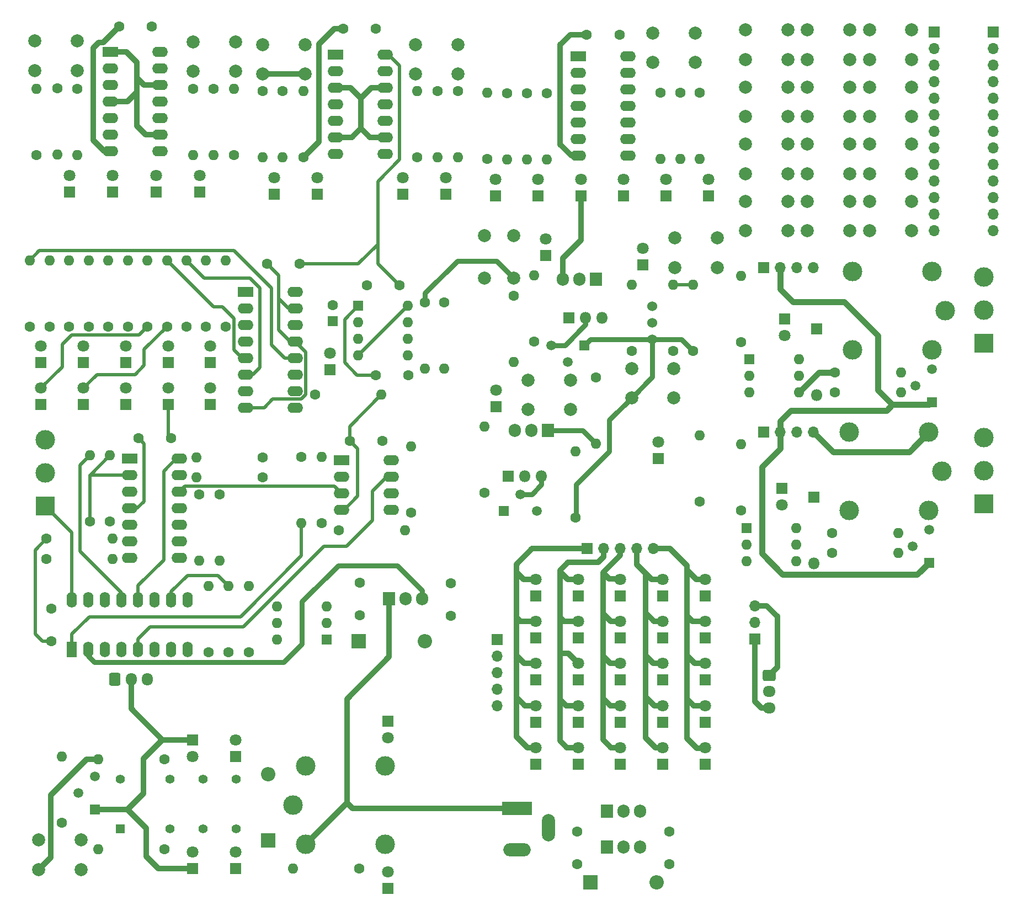
<source format=gbr>
%TF.GenerationSoftware,KiCad,Pcbnew,(6.0.8)*%
%TF.CreationDate,2023-03-21T03:17:03-04:00*%
%TF.ProjectId,pcb de prueba de dispositivos,70636220-6465-4207-9072-756562612064,rev?*%
%TF.SameCoordinates,Original*%
%TF.FileFunction,Copper,L1,Top*%
%TF.FilePolarity,Positive*%
%FSLAX46Y46*%
G04 Gerber Fmt 4.6, Leading zero omitted, Abs format (unit mm)*
G04 Created by KiCad (PCBNEW (6.0.8)) date 2023-03-21 03:17:03*
%MOMM*%
%LPD*%
G01*
G04 APERTURE LIST*
G04 Aperture macros list*
%AMRoundRect*
0 Rectangle with rounded corners*
0 $1 Rounding radius*
0 $2 $3 $4 $5 $6 $7 $8 $9 X,Y pos of 4 corners*
0 Add a 4 corners polygon primitive as box body*
4,1,4,$2,$3,$4,$5,$6,$7,$8,$9,$2,$3,0*
0 Add four circle primitives for the rounded corners*
1,1,$1+$1,$2,$3*
1,1,$1+$1,$4,$5*
1,1,$1+$1,$6,$7*
1,1,$1+$1,$8,$9*
0 Add four rect primitives between the rounded corners*
20,1,$1+$1,$2,$3,$4,$5,0*
20,1,$1+$1,$4,$5,$6,$7,0*
20,1,$1+$1,$6,$7,$8,$9,0*
20,1,$1+$1,$8,$9,$2,$3,0*%
G04 Aperture macros list end*
%TA.AperFunction,ComponentPad*%
%ADD10R,2.400000X1.600000*%
%TD*%
%TA.AperFunction,ComponentPad*%
%ADD11O,2.400000X1.600000*%
%TD*%
%TA.AperFunction,ComponentPad*%
%ADD12C,1.600000*%
%TD*%
%TA.AperFunction,ComponentPad*%
%ADD13O,1.600000X1.600000*%
%TD*%
%TA.AperFunction,ComponentPad*%
%ADD14C,2.000000*%
%TD*%
%TA.AperFunction,ComponentPad*%
%ADD15R,1.800000X1.800000*%
%TD*%
%TA.AperFunction,ComponentPad*%
%ADD16C,1.800000*%
%TD*%
%TA.AperFunction,ComponentPad*%
%ADD17R,1.600000X1.600000*%
%TD*%
%TA.AperFunction,ComponentPad*%
%ADD18R,3.000000X3.000000*%
%TD*%
%TA.AperFunction,ComponentPad*%
%ADD19C,3.000000*%
%TD*%
%TA.AperFunction,ComponentPad*%
%ADD20R,2.200000X2.200000*%
%TD*%
%TA.AperFunction,ComponentPad*%
%ADD21O,2.200000X2.200000*%
%TD*%
%TA.AperFunction,ComponentPad*%
%ADD22R,1.600000X2.400000*%
%TD*%
%TA.AperFunction,ComponentPad*%
%ADD23O,1.600000X2.400000*%
%TD*%
%TA.AperFunction,ComponentPad*%
%ADD24R,1.905000X2.000000*%
%TD*%
%TA.AperFunction,ComponentPad*%
%ADD25O,1.905000X2.000000*%
%TD*%
%TA.AperFunction,ComponentPad*%
%ADD26R,1.500000X1.500000*%
%TD*%
%TA.AperFunction,ComponentPad*%
%ADD27C,1.500000*%
%TD*%
%TA.AperFunction,ComponentPad*%
%ADD28O,1.800000X1.800000*%
%TD*%
%TA.AperFunction,ComponentPad*%
%ADD29RoundRect,0.250000X-0.725000X0.600000X-0.725000X-0.600000X0.725000X-0.600000X0.725000X0.600000X0*%
%TD*%
%TA.AperFunction,ComponentPad*%
%ADD30O,1.950000X1.700000*%
%TD*%
%TA.AperFunction,ComponentPad*%
%ADD31R,1.700000X1.700000*%
%TD*%
%TA.AperFunction,ComponentPad*%
%ADD32O,1.700000X1.700000*%
%TD*%
%TA.AperFunction,ComponentPad*%
%ADD33C,1.524000*%
%TD*%
%TA.AperFunction,ComponentPad*%
%ADD34R,1.400000X1.400000*%
%TD*%
%TA.AperFunction,ComponentPad*%
%ADD35C,1.400000*%
%TD*%
%TA.AperFunction,ComponentPad*%
%ADD36RoundRect,0.250000X-0.600000X-0.725000X0.600000X-0.725000X0.600000X0.725000X-0.600000X0.725000X0*%
%TD*%
%TA.AperFunction,ComponentPad*%
%ADD37O,1.700000X1.950000*%
%TD*%
%TA.AperFunction,ComponentPad*%
%ADD38R,4.600000X2.000000*%
%TD*%
%TA.AperFunction,ComponentPad*%
%ADD39O,4.200000X2.000000*%
%TD*%
%TA.AperFunction,ComponentPad*%
%ADD40O,2.000000X4.200000*%
%TD*%
%TA.AperFunction,Conductor*%
%ADD41C,0.850000*%
%TD*%
%TA.AperFunction,Conductor*%
%ADD42C,0.500000*%
%TD*%
%TA.AperFunction,Conductor*%
%ADD43C,0.750000*%
%TD*%
%TA.AperFunction,Conductor*%
%ADD44C,0.900000*%
%TD*%
G04 APERTURE END LIST*
D10*
%TO.P,U3,1*%
%TO.N,Net-(R13-Pad2)*%
X118400000Y-33800000D03*
D11*
%TO.P,U3,2*%
%TO.N,Net-(R14-Pad1)*%
X118400000Y-36340000D03*
%TO.P,U3,3*%
%TO.N,Net-(R13-Pad2)*%
X118400000Y-38880000D03*
%TO.P,U3,4*%
%TO.N,Net-(R15-Pad1)*%
X118400000Y-41420000D03*
%TO.P,U3,5*%
%TO.N,Net-(R13-Pad2)*%
X118400000Y-43960000D03*
%TO.P,U3,6*%
%TO.N,Net-(R16-Pad1)*%
X118400000Y-46500000D03*
%TO.P,U3,7,GND*%
%TO.N,GND*%
X118400000Y-49040000D03*
%TO.P,U3,8*%
%TO.N,Net-(R17-Pad1)*%
X126020000Y-49040000D03*
%TO.P,U3,9*%
%TO.N,Net-(R13-Pad2)*%
X126020000Y-46500000D03*
%TO.P,U3,10*%
%TO.N,Net-(R18-Pad1)*%
X126020000Y-43960000D03*
%TO.P,U3,11*%
%TO.N,Net-(R13-Pad2)*%
X126020000Y-41420000D03*
%TO.P,U3,12*%
%TO.N,Net-(R19-Pad1)*%
X126020000Y-38880000D03*
%TO.P,U3,13*%
%TO.N,Net-(R13-Pad2)*%
X126020000Y-36340000D03*
%TO.P,U3,14,VCC*%
%TO.N,+5V*%
X126020000Y-33800000D03*
%TD*%
D12*
%TO.P,R24,1*%
%TO.N,Net-(D16-Pad2)*%
X64250000Y-75275000D03*
D13*
%TO.P,R24,2*%
%TO.N,Net-(R24-Pad2)*%
X64250000Y-65115000D03*
%TD*%
D14*
%TO.P,SW5,1,1*%
%TO.N,+5V*%
X129825000Y-30200000D03*
X136325000Y-30200000D03*
%TO.P,SW5,2,2*%
%TO.N,Net-(R13-Pad2)*%
X129825000Y-34700000D03*
X136325000Y-34700000D03*
%TD*%
%TO.P,SW7,1,1*%
%TO.N,Net-(R34-Pad1)*%
X104000000Y-67840000D03*
X104000000Y-61340000D03*
%TO.P,SW7,2,2*%
%TO.N,+5V*%
X108500000Y-67840000D03*
X108500000Y-61340000D03*
%TD*%
D15*
%TO.P,D38,1,K*%
%TO.N,GND*%
X59200000Y-138650000D03*
D16*
%TO.P,D38,2,A*%
%TO.N,Net-(D38-Pad2)*%
X59200000Y-141190000D03*
%TD*%
D14*
%TO.P,SW15,1,1*%
%TO.N,Net-(J10-Pad13)*%
X150540000Y-56070000D03*
X144040000Y-56070000D03*
%TO.P,SW15,2,2*%
%TO.N,Net-(J10-Pad10)*%
X144040000Y-60570000D03*
X150540000Y-60570000D03*
%TD*%
D12*
%TO.P,R5,1*%
%TO.N,Net-(R5-Pad1)*%
X62375000Y-38770000D03*
D13*
%TO.P,R5,2*%
%TO.N,Net-(D3-Pad2)*%
X62375000Y-48930000D03*
%TD*%
D14*
%TO.P,SW21,1,1*%
%TO.N,Net-(J10-Pad13)*%
X163040000Y-38550000D03*
X169540000Y-38550000D03*
%TO.P,SW21,2,2*%
%TO.N,Net-(J10-Pad6)*%
X169540000Y-43050000D03*
X163040000Y-43050000D03*
%TD*%
D15*
%TO.P,D26,1,K*%
%TO.N,Net-(D26-Pad1)*%
X128300000Y-65800000D03*
D16*
%TO.P,D26,2,A*%
%TO.N,+5V*%
X128300000Y-63260000D03*
%TD*%
D12*
%TO.P,R58,1*%
%TO.N,GND*%
X64725000Y-125230000D03*
D13*
%TO.P,R58,2*%
%TO.N,Net-(R58-Pad2)*%
X64725000Y-115070000D03*
%TD*%
D12*
%TO.P,C7,1*%
%TO.N,GND*%
X119675000Y-30500000D03*
%TO.P,C7,2*%
%TO.N,+5V*%
X124675000Y-30500000D03*
%TD*%
%TO.P,R49,1*%
%TO.N,Net-(R47-Pad2)*%
X63325000Y-100995000D03*
D13*
%TO.P,R49,2*%
%TO.N,/OPAMS Y REGULADO/c*%
X63325000Y-111155000D03*
%TD*%
D12*
%TO.P,R16,1*%
%TO.N,Net-(R16-Pad1)*%
X113575000Y-39445000D03*
D13*
%TO.P,R16,2*%
%TO.N,Net-(D11-Pad2)*%
X113575000Y-49605000D03*
%TD*%
D15*
%TO.P,D45,1,K*%
%TO.N,Net-(D40-Pad1)*%
X118340000Y-116590000D03*
D16*
%TO.P,D45,2,A*%
%TO.N,Net-(D45-Pad2)*%
X118340000Y-114050000D03*
%TD*%
D15*
%TO.P,D12,1,K*%
%TO.N,GND*%
X125275000Y-55200000D03*
D16*
%TO.P,D12,2,A*%
%TO.N,Net-(D12-Pad2)*%
X125275000Y-52660000D03*
%TD*%
D15*
%TO.P,D1,1,K*%
%TO.N,GND*%
X46925000Y-54600000D03*
D16*
%TO.P,D1,2,A*%
%TO.N,Net-(D1-Pad2)*%
X46925000Y-52060000D03*
%TD*%
D17*
%TO.P,U11,1*%
%TO.N,Net-(R62-Pad1)*%
X144612500Y-80285000D03*
D13*
%TO.P,U11,2*%
%TO.N,Net-(D65-Pad2)*%
X144612500Y-82825000D03*
%TO.P,U11,3,NC*%
%TO.N,unconnected-(U11-Pad3)*%
X144612500Y-85365000D03*
%TO.P,U11,4*%
%TO.N,Net-(R63-Pad1)*%
X152232500Y-85365000D03*
%TO.P,U11,5*%
%TO.N,/modulo_4_rele/Vcc fuente*%
X152232500Y-82825000D03*
%TO.P,U11,6*%
%TO.N,Net-(R66-Pad1)*%
X152232500Y-80285000D03*
%TD*%
D15*
%TO.P,D55,1,K*%
%TO.N,Net-(D40-Pad1)*%
X131340000Y-116590000D03*
D16*
%TO.P,D55,2,A*%
%TO.N,Net-(D55-Pad2)*%
X131340000Y-114050000D03*
%TD*%
D12*
%TO.P,R9,1*%
%TO.N,Net-(R9-Pad1)*%
X73025000Y-39145000D03*
D13*
%TO.P,R9,2*%
%TO.N,Net-(D5-Pad2)*%
X73025000Y-49305000D03*
%TD*%
D12*
%TO.P,C12,1*%
%TO.N,Net-(C12-Pad1)*%
X132355000Y-152775000D03*
%TO.P,C12,2*%
%TO.N,GND*%
X132355000Y-157775000D03*
%TD*%
D15*
%TO.P,D19,1,K*%
%TO.N,GND*%
X42425000Y-87250000D03*
D16*
%TO.P,D19,2,A*%
%TO.N,Net-(D19-Pad2)*%
X42425000Y-84710000D03*
%TD*%
D12*
%TO.P,R47,1*%
%TO.N,GND*%
X60225000Y-100995000D03*
D13*
%TO.P,R47,2*%
%TO.N,Net-(R47-Pad2)*%
X60225000Y-111155000D03*
%TD*%
D12*
%TO.P,R12,1*%
%TO.N,Net-(R12-Pad1)*%
X96750000Y-39115000D03*
D13*
%TO.P,R12,2*%
%TO.N,Net-(D8-Pad2)*%
X96750000Y-49275000D03*
%TD*%
D18*
%TO.P,J7,1,Pin_1*%
%TO.N,Net-(J7-Pad1)*%
X180625000Y-77855000D03*
D19*
%TO.P,J7,2,Pin_2*%
%TO.N,Net-(J7-Pad2)*%
X180625000Y-72775000D03*
%TO.P,J7,3,Pin_3*%
%TO.N,Net-(J7-Pad3)*%
X180625000Y-67695000D03*
%TD*%
D18*
%TO.P,RV2,1,1*%
%TO.N,+5V*%
X36600000Y-102755000D03*
D19*
%TO.P,RV2,2,2*%
%TO.N,Net-(RV2-Pad2)*%
X36600000Y-97675000D03*
%TO.P,RV2,3,3*%
%TO.N,GND*%
X36600000Y-92595000D03*
%TD*%
D14*
%TO.P,SW10,1,1*%
%TO.N,+12V*%
X42050000Y-158550000D03*
X35550000Y-158550000D03*
%TO.P,SW10,2,2*%
%TO.N,Net-(R38-Pad1)*%
X42050000Y-154050000D03*
X35550000Y-154050000D03*
%TD*%
D12*
%TO.P,R54,1*%
%TO.N,Net-(R52-Pad2)*%
X36790000Y-110925000D03*
D13*
%TO.P,R54,2*%
%TO.N,/OPAMS Y REGULADO/b*%
X46950000Y-110925000D03*
%TD*%
D12*
%TO.P,R51,1*%
%TO.N,GND*%
X81620000Y-106475000D03*
D13*
%TO.P,R51,2*%
%TO.N,Net-(R51-Pad2)*%
X91780000Y-106475000D03*
%TD*%
D12*
%TO.P,R41,1*%
%TO.N,Net-(R40-Pad2)*%
X121075000Y-83095000D03*
D13*
%TO.P,R41,2*%
%TO.N,Net-(Q4-Pad2)*%
X121075000Y-93255000D03*
%TD*%
D15*
%TO.P,D37,1,K*%
%TO.N,Net-(D37-Pad1)*%
X130650000Y-95525000D03*
D16*
%TO.P,D37,2,A*%
%TO.N,+5V*%
X130650000Y-92985000D03*
%TD*%
D12*
%TO.P,R50,1*%
%TO.N,GND*%
X79000000Y-105385000D03*
D13*
%TO.P,R50,2*%
%TO.N,Net-(R50-Pad2)*%
X79000000Y-95225000D03*
%TD*%
D12*
%TO.P,R2,1*%
%TO.N,GND*%
X65550000Y-48925000D03*
D13*
%TO.P,R2,2*%
%TO.N,Net-(R2-Pad2)*%
X65550000Y-38765000D03*
%TD*%
D12*
%TO.P,R31,1*%
%TO.N,Net-(D23-Pad2)*%
X43250000Y-75275000D03*
D13*
%TO.P,R31,2*%
%TO.N,Net-(R31-Pad2)*%
X43250000Y-65115000D03*
%TD*%
D12*
%TO.P,R21,1*%
%TO.N,Net-(R20-Pad2)*%
X97825000Y-71552500D03*
D13*
%TO.P,R21,2*%
%TO.N,Net-(C2-Pad1)*%
X97825000Y-81712500D03*
%TD*%
D20*
%TO.P,D30,1,K*%
%TO.N,+12V*%
X70750000Y-154075000D03*
D21*
%TO.P,D30,2,A*%
%TO.N,Net-(D30-Pad2)*%
X70750000Y-143915000D03*
%TD*%
D14*
%TO.P,SW14,1,1*%
%TO.N,Net-(J10-Pad13)*%
X144040000Y-47290000D03*
X150540000Y-47290000D03*
%TO.P,SW14,2,2*%
%TO.N,Net-(J10-Pad7)*%
X144040000Y-51790000D03*
X150540000Y-51790000D03*
%TD*%
D12*
%TO.P,R52,1*%
%TO.N,GND*%
X36790000Y-107825000D03*
D13*
%TO.P,R52,2*%
%TO.N,Net-(R52-Pad2)*%
X46950000Y-107825000D03*
%TD*%
D22*
%TO.P,U7,1,X4*%
%TO.N,/OPAMS Y REGULADO/e*%
X40675000Y-124825000D03*
D23*
%TO.P,U7,2,X6*%
%TO.N,/12v/g*%
X43215000Y-124825000D03*
%TO.P,U7,3,X*%
%TO.N,Net-(J1-Pad1)*%
X45755000Y-124825000D03*
%TO.P,U7,4,X7*%
%TO.N,/multiplexor/h*%
X48295000Y-124825000D03*
%TO.P,U7,5,X5*%
%TO.N,/OPAMS Y REGULADO/f*%
X50835000Y-124825000D03*
%TO.P,U7,6,INH*%
%TO.N,GND*%
X53375000Y-124825000D03*
%TO.P,U7,7,VEE*%
X55915000Y-124825000D03*
%TO.P,U7,8,VSS*%
X58455000Y-124825000D03*
%TO.P,U7,9,C*%
%TO.N,Net-(R59-Pad2)*%
X58455000Y-117205000D03*
%TO.P,U7,10,B*%
%TO.N,Net-(R58-Pad2)*%
X55915000Y-117205000D03*
%TO.P,U7,11,A*%
%TO.N,Net-(R57-Pad2)*%
X53375000Y-117205000D03*
%TO.P,U7,12,X3*%
%TO.N,/OPAMS Y REGULADO/d*%
X50835000Y-117205000D03*
%TO.P,U7,13,X0*%
%TO.N,/OPAMS Y REGULADO/a*%
X48295000Y-117205000D03*
%TO.P,U7,14,X1*%
%TO.N,/OPAMS Y REGULADO/b*%
X45755000Y-117205000D03*
%TO.P,U7,15,X2*%
%TO.N,/OPAMS Y REGULADO/c*%
X43215000Y-117205000D03*
%TO.P,U7,16,VDD*%
%TO.N,+5V*%
X40675000Y-117205000D03*
%TD*%
D12*
%TO.P,C4,1*%
%TO.N,+5V*%
X75600000Y-65600000D03*
%TO.P,C4,2*%
%TO.N,GND*%
X70600000Y-65600000D03*
%TD*%
%TO.P,R35,1*%
%TO.N,Net-(R35-Pad1)*%
X132900000Y-79005000D03*
D13*
%TO.P,R35,2*%
%TO.N,Net-(D27-Pad1)*%
X132900000Y-68845000D03*
%TD*%
D18*
%TO.P,J9,1,Pin_1*%
%TO.N,Net-(J9-Pad1)*%
X180625000Y-102480000D03*
D19*
%TO.P,J9,2,Pin_2*%
%TO.N,Net-(J9-Pad2)*%
X180625000Y-97400000D03*
%TO.P,J9,3,Pin_3*%
%TO.N,Net-(J9-Pad3)*%
X180625000Y-92320000D03*
%TD*%
D12*
%TO.P,C13,1*%
%TO.N,+12V*%
X84875000Y-114575000D03*
%TO.P,C13,2*%
%TO.N,GND*%
X84875000Y-119575000D03*
%TD*%
D24*
%TO.P,U9,1,VI*%
%TO.N,+12V*%
X122765000Y-155120000D03*
D25*
%TO.P,U9,2,GND*%
%TO.N,Net-(D29-Pad2)*%
X125305000Y-155120000D03*
%TO.P,U9,3,VO*%
%TO.N,Net-(C12-Pad1)*%
X127845000Y-155120000D03*
%TD*%
D12*
%TO.P,R65,1*%
%TO.N,Net-(R65-Pad1)*%
X157350000Y-110000000D03*
D13*
%TO.P,R65,2*%
%TO.N,Net-(Q10-Pad2)*%
X167510000Y-110000000D03*
%TD*%
D26*
%TO.P,Q1,1,E*%
%TO.N,GND*%
X119315000Y-78145000D03*
D27*
%TO.P,Q1,2,B*%
%TO.N,Net-(Q1-Pad2)*%
X116775000Y-80685000D03*
%TO.P,Q1,3,C*%
%TO.N,Net-(Q1-Pad3)*%
X114235000Y-78145000D03*
%TD*%
D15*
%TO.P,D66,1,K*%
%TO.N,/modulo_4_rele/Vcc fuente*%
X154982500Y-75580000D03*
D28*
%TO.P,D66,2,A*%
%TO.N,Net-(D66-Pad2)*%
X154982500Y-85740000D03*
%TD*%
D15*
%TO.P,D20,1,K*%
%TO.N,GND*%
X35925000Y-87250000D03*
D16*
%TO.P,D20,2,A*%
%TO.N,Net-(D20-Pad2)*%
X35925000Y-84710000D03*
%TD*%
D15*
%TO.P,D32,1,K*%
%TO.N,GND*%
X89175000Y-135850000D03*
D16*
%TO.P,D32,2,A*%
%TO.N,Net-(D32-Pad2)*%
X89175000Y-138390000D03*
%TD*%
D15*
%TO.P,D36,1,K*%
%TO.N,GND*%
X65800000Y-158425000D03*
D16*
%TO.P,D36,2,A*%
%TO.N,Net-(D36-Pad2)*%
X65800000Y-155885000D03*
%TD*%
D12*
%TO.P,R44,1*%
%TO.N,Net-(K2-Pad13)*%
X54830000Y-141650000D03*
D13*
%TO.P,R44,2*%
%TO.N,+12V*%
X44670000Y-141650000D03*
%TD*%
D15*
%TO.P,D18,1,K*%
%TO.N,GND*%
X48925000Y-87250000D03*
D16*
%TO.P,D18,2,A*%
%TO.N,Net-(D18-Pad2)*%
X48925000Y-84710000D03*
%TD*%
D15*
%TO.P,D44,1,K*%
%TO.N,Net-(D44-Pad1)*%
X111840000Y-142390000D03*
D16*
%TO.P,D44,2,A*%
%TO.N,Net-(D40-Pad2)*%
X111840000Y-139850000D03*
%TD*%
D12*
%TO.P,R38,1*%
%TO.N,Net-(R38-Pad1)*%
X39100000Y-151385000D03*
D13*
%TO.P,R38,2*%
%TO.N,Net-(Q8-Pad2)*%
X39100000Y-141225000D03*
%TD*%
D14*
%TO.P,SW2,1,1*%
%TO.N,+5V*%
X59250000Y-31550000D03*
X65750000Y-31550000D03*
%TO.P,SW2,2,2*%
%TO.N,Net-(R2-Pad2)*%
X59250000Y-36050000D03*
X65750000Y-36050000D03*
%TD*%
D17*
%TO.P,SW11,1*%
%TO.N,+5V*%
X79792500Y-123250000D03*
D13*
%TO.P,SW11,2*%
X79792500Y-120710000D03*
%TO.P,SW11,3*%
X79792500Y-118170000D03*
%TO.P,SW11,4*%
%TO.N,Net-(R59-Pad2)*%
X72172500Y-118170000D03*
%TO.P,SW11,5*%
%TO.N,Net-(R58-Pad2)*%
X72172500Y-120710000D03*
%TO.P,SW11,6*%
%TO.N,Net-(R57-Pad2)*%
X72172500Y-123250000D03*
%TD*%
D15*
%TO.P,D8,1,K*%
%TO.N,GND*%
X91450000Y-54920000D03*
D16*
%TO.P,D8,2,A*%
%TO.N,Net-(D8-Pad2)*%
X91450000Y-52380000D03*
%TD*%
D14*
%TO.P,SW23,1,1*%
%TO.N,Net-(J10-Pad13)*%
X163040000Y-56070000D03*
X169540000Y-56070000D03*
%TO.P,SW23,2,2*%
%TO.N,Net-(J10-Pad12)*%
X169540000Y-60570000D03*
X163040000Y-60570000D03*
%TD*%
D12*
%TO.P,R40,1*%
%TO.N,GND*%
X117975000Y-104555000D03*
D13*
%TO.P,R40,2*%
%TO.N,Net-(R40-Pad2)*%
X117975000Y-94395000D03*
%TD*%
D15*
%TO.P,D11,1,K*%
%TO.N,GND*%
X118750000Y-55200000D03*
D16*
%TO.P,D11,2,A*%
%TO.N,Net-(D11-Pad2)*%
X118750000Y-52660000D03*
%TD*%
D29*
%TO.P,J20,1,Pin_1*%
%TO.N,Net-(J20-Pad1)*%
X147675000Y-128750000D03*
D30*
%TO.P,J20,2,Pin_2*%
%TO.N,Net-(J20-Pad2)*%
X147675000Y-131250000D03*
%TO.P,J20,3,Pin_3*%
%TO.N,Net-(J20-Pad3)*%
X147675000Y-133750000D03*
%TD*%
D12*
%TO.P,R57,1*%
%TO.N,GND*%
X61600000Y-125230000D03*
D13*
%TO.P,R57,2*%
%TO.N,Net-(R57-Pad2)*%
X61600000Y-115070000D03*
%TD*%
D12*
%TO.P,R60,1*%
%TO.N,Net-(R50-Pad2)*%
X75900000Y-95225000D03*
D13*
%TO.P,R60,2*%
%TO.N,/OPAMS Y REGULADO/e*%
X75900000Y-105385000D03*
%TD*%
D15*
%TO.P,D61,1,K*%
%TO.N,Net-(D41-Pad1)*%
X137840000Y-123040000D03*
D16*
%TO.P,D61,2,A*%
%TO.N,Net-(D60-Pad2)*%
X137840000Y-120500000D03*
%TD*%
D15*
%TO.P,D2,1,K*%
%TO.N,GND*%
X40275000Y-54600000D03*
D16*
%TO.P,D2,2,A*%
%TO.N,Net-(D2-Pad2)*%
X40275000Y-52060000D03*
%TD*%
D12*
%TO.P,C11,1*%
%TO.N,+12V*%
X118180000Y-152775000D03*
%TO.P,C11,2*%
%TO.N,GND*%
X118180000Y-157775000D03*
%TD*%
D15*
%TO.P,D56,1,K*%
%TO.N,Net-(D41-Pad1)*%
X131340000Y-123040000D03*
D16*
%TO.P,D56,2,A*%
%TO.N,Net-(D55-Pad2)*%
X131340000Y-120500000D03*
%TD*%
D31*
%TO.P,J11,1,Pin_1*%
%TO.N,Net-(J20-Pad3)*%
X145500000Y-123180000D03*
D32*
%TO.P,J11,2,Pin_2*%
%TO.N,Net-(J20-Pad2)*%
X145500000Y-120640000D03*
%TO.P,J11,3,Pin_3*%
%TO.N,Net-(J20-Pad1)*%
X145500000Y-118100000D03*
%TD*%
D12*
%TO.P,R56,1*%
%TO.N,GND*%
X135975000Y-79030000D03*
D13*
%TO.P,R56,2*%
%TO.N,Net-(D27-Pad1)*%
X135975000Y-68870000D03*
%TD*%
D12*
%TO.P,R27,1*%
%TO.N,Net-(D19-Pad2)*%
X55250000Y-75275000D03*
D13*
%TO.P,R27,2*%
%TO.N,Net-(R27-Pad2)*%
X55250000Y-65115000D03*
%TD*%
D15*
%TO.P,D14,1,K*%
%TO.N,GND*%
X138325000Y-55200000D03*
D16*
%TO.P,D14,2,A*%
%TO.N,Net-(D14-Pad2)*%
X138325000Y-52660000D03*
%TD*%
D12*
%TO.P,R63,1*%
%TO.N,Net-(R63-Pad1)*%
X157727500Y-82290000D03*
D13*
%TO.P,R63,2*%
%TO.N,Net-(Q9-Pad2)*%
X167887500Y-82290000D03*
%TD*%
D12*
%TO.P,C10,1*%
%TO.N,GND*%
X83325000Y-92825000D03*
%TO.P,C10,2*%
%TO.N,+5V*%
X88325000Y-92825000D03*
%TD*%
D15*
%TO.P,D4,1,K*%
%TO.N,GND*%
X53600000Y-54625000D03*
D16*
%TO.P,D4,2,A*%
%TO.N,Net-(D4-Pad2)*%
X53600000Y-52085000D03*
%TD*%
D24*
%TO.P,Q3,1,B*%
%TO.N,Net-(Q1-Pad2)*%
X121055000Y-67970000D03*
D25*
%TO.P,Q3,2,C*%
%TO.N,Net-(Q1-Pad3)*%
X118515000Y-67970000D03*
%TO.P,Q3,3,E*%
%TO.N,GND*%
X115975000Y-67970000D03*
%TD*%
D12*
%TO.P,R62,1*%
%TO.N,Net-(R62-Pad1)*%
X143375000Y-77630000D03*
D13*
%TO.P,R62,2*%
%TO.N,/modulo_4_rele/+ arduino*%
X143375000Y-67470000D03*
%TD*%
D20*
%TO.P,D29,1,K*%
%TO.N,GND*%
X120200000Y-160500000D03*
D21*
%TO.P,D29,2,A*%
%TO.N,Net-(D29-Pad2)*%
X130360000Y-160500000D03*
%TD*%
D15*
%TO.P,D59,1,K*%
%TO.N,Net-(D44-Pad1)*%
X131340000Y-142390000D03*
D16*
%TO.P,D59,2,A*%
%TO.N,Net-(D55-Pad2)*%
X131340000Y-139850000D03*
%TD*%
D17*
%TO.P,U12,1*%
%TO.N,Net-(R64-Pad1)*%
X144150000Y-106175000D03*
D13*
%TO.P,U12,2*%
%TO.N,Net-(D67-Pad2)*%
X144150000Y-108715000D03*
%TO.P,U12,3,NC*%
%TO.N,unconnected-(U12-Pad3)*%
X144150000Y-111255000D03*
%TO.P,U12,4*%
%TO.N,Net-(R65-Pad1)*%
X151770000Y-111255000D03*
%TO.P,U12,5*%
%TO.N,Net-(D68-Pad1)*%
X151770000Y-108715000D03*
%TO.P,U12,6*%
%TO.N,Net-(R67-Pad1)*%
X151770000Y-106175000D03*
%TD*%
D12*
%TO.P,R39,1*%
%TO.N,Net-(K1-Pad11)*%
X84775000Y-158450000D03*
D13*
%TO.P,R39,2*%
%TO.N,+12V*%
X74615000Y-158450000D03*
%TD*%
D12*
%TO.P,R13,1*%
%TO.N,GND*%
X104400000Y-49555000D03*
D13*
%TO.P,R13,2*%
%TO.N,Net-(R13-Pad2)*%
X104400000Y-39395000D03*
%TD*%
D14*
%TO.P,SW8,1,1*%
%TO.N,Net-(D27-Pad2)*%
X126550000Y-81675000D03*
X133050000Y-81675000D03*
%TO.P,SW8,2,2*%
%TO.N,GND*%
X126550000Y-86175000D03*
X133050000Y-86175000D03*
%TD*%
%TO.P,SW17,1,1*%
%TO.N,Net-(J10-Pad13)*%
X160040000Y-38550000D03*
X153540000Y-38550000D03*
%TO.P,SW17,2,2*%
%TO.N,Net-(J10-Pad5)*%
X160040000Y-43050000D03*
X153540000Y-43050000D03*
%TD*%
D15*
%TO.P,D7,1,K*%
%TO.N,GND*%
X98075000Y-54945000D03*
D16*
%TO.P,D7,2,A*%
%TO.N,Net-(D7-Pad2)*%
X98075000Y-52405000D03*
%TD*%
D15*
%TO.P,D5,1,K*%
%TO.N,GND*%
X78300000Y-54975000D03*
D16*
%TO.P,D5,2,A*%
%TO.N,Net-(D5-Pad2)*%
X78300000Y-52435000D03*
%TD*%
D33*
%TO.P,D27,1,G*%
%TO.N,Net-(D27-Pad1)*%
X129732000Y-72135000D03*
%TO.P,D27,2,A*%
%TO.N,Net-(D27-Pad2)*%
X129732000Y-74675000D03*
%TO.P,D27,3,K*%
%TO.N,GND*%
X129732000Y-77215000D03*
%TD*%
D10*
%TO.P,U2,1*%
%TO.N,Net-(R9-Pad1)*%
X81075000Y-33495000D03*
D11*
%TO.P,U2,2*%
%TO.N,Net-(R8-Pad2)*%
X81075000Y-36035000D03*
%TO.P,U2,3*%
%TO.N,Net-(R7-Pad2)*%
X81075000Y-38575000D03*
%TO.P,U2,4*%
%TO.N,Net-(R10-Pad1)*%
X81075000Y-41115000D03*
%TO.P,U2,5*%
%TO.N,Net-(R8-Pad2)*%
X81075000Y-43655000D03*
%TO.P,U2,6*%
%TO.N,Net-(R7-Pad2)*%
X81075000Y-46195000D03*
%TO.P,U2,7,GND*%
%TO.N,GND*%
X81075000Y-48735000D03*
%TO.P,U2,8*%
%TO.N,Net-(R8-Pad2)*%
X88695000Y-48735000D03*
%TO.P,U2,9*%
%TO.N,Net-(R7-Pad2)*%
X88695000Y-46195000D03*
%TO.P,U2,10*%
%TO.N,Net-(R11-Pad1)*%
X88695000Y-43655000D03*
%TO.P,U2,11*%
%TO.N,Net-(R8-Pad2)*%
X88695000Y-41115000D03*
%TO.P,U2,12*%
%TO.N,Net-(R7-Pad2)*%
X88695000Y-38575000D03*
%TO.P,U2,13*%
%TO.N,Net-(R12-Pad1)*%
X88695000Y-36035000D03*
%TO.P,U2,14,VCC*%
%TO.N,+5V*%
X88695000Y-33495000D03*
%TD*%
D12*
%TO.P,R67,1*%
%TO.N,Net-(R67-Pad1)*%
X157350000Y-106900000D03*
D13*
%TO.P,R67,2*%
%TO.N,Net-(R65-Pad1)*%
X167510000Y-106900000D03*
%TD*%
D15*
%TO.P,D51,1,K*%
%TO.N,Net-(D41-Pad1)*%
X124840000Y-123040000D03*
D16*
%TO.P,D51,2,A*%
%TO.N,Net-(D50-Pad2)*%
X124840000Y-120500000D03*
%TD*%
D12*
%TO.P,R11,1*%
%TO.N,Net-(R11-Pad1)*%
X99875000Y-39140000D03*
D13*
%TO.P,R11,2*%
%TO.N,Net-(D7-Pad2)*%
X99875000Y-49300000D03*
%TD*%
D15*
%TO.P,D16,1,K*%
%TO.N,GND*%
X61925000Y-87250000D03*
D16*
%TO.P,D16,2,A*%
%TO.N,Net-(D16-Pad2)*%
X61925000Y-84710000D03*
%TD*%
D17*
%TO.P,C2,1*%
%TO.N,Net-(C2-Pad1)*%
X80725000Y-74457612D03*
D12*
%TO.P,C2,2*%
%TO.N,GND*%
X80725000Y-71957612D03*
%TD*%
%TO.P,R48,1*%
%TO.N,Net-(R46-Pad2)*%
X43400000Y-105155000D03*
D13*
%TO.P,R48,2*%
%TO.N,/OPAMS Y REGULADO/a*%
X43400000Y-94995000D03*
%TD*%
D15*
%TO.P,D54,1,K*%
%TO.N,Net-(D44-Pad1)*%
X124840000Y-142390000D03*
D16*
%TO.P,D54,2,A*%
%TO.N,Net-(D50-Pad2)*%
X124840000Y-139850000D03*
%TD*%
D24*
%TO.P,U10,1,IN*%
%TO.N,+12V*%
X89350000Y-116975000D03*
D25*
%TO.P,U10,2,GND*%
%TO.N,Net-(D31-Pad2)*%
X91890000Y-116975000D03*
%TO.P,U10,3,OUT*%
%TO.N,/12v/g*%
X94430000Y-116975000D03*
%TD*%
D15*
%TO.P,D41,1,K*%
%TO.N,Net-(D41-Pad1)*%
X111840000Y-123040000D03*
D16*
%TO.P,D41,2,A*%
%TO.N,Net-(D40-Pad2)*%
X111840000Y-120500000D03*
%TD*%
D15*
%TO.P,D58,1,K*%
%TO.N,Net-(D43-Pad1)*%
X131340000Y-135940000D03*
D16*
%TO.P,D58,2,A*%
%TO.N,Net-(D55-Pad2)*%
X131340000Y-133400000D03*
%TD*%
D14*
%TO.P,SW22,1,1*%
%TO.N,Net-(J10-Pad13)*%
X169540000Y-47290000D03*
X163040000Y-47290000D03*
%TO.P,SW22,2,2*%
%TO.N,Net-(J10-Pad9)*%
X163040000Y-51790000D03*
X169540000Y-51790000D03*
%TD*%
D17*
%TO.P,U4,1,GND*%
%TO.N,GND*%
X84625000Y-72052500D03*
D13*
%TO.P,U4,2,TR*%
%TO.N,Net-(C2-Pad1)*%
X84625000Y-74592500D03*
%TO.P,U4,3,Q*%
%TO.N,Net-(D15-Pad2)*%
X84625000Y-77132500D03*
%TO.P,U4,4,R*%
%TO.N,+5V*%
X84625000Y-79672500D03*
%TO.P,U4,5,CV*%
%TO.N,Net-(C3-Pad1)*%
X92245000Y-79672500D03*
%TO.P,U4,6,THR*%
%TO.N,Net-(C2-Pad1)*%
X92245000Y-77132500D03*
%TO.P,U4,7,DIS*%
%TO.N,Net-(R20-Pad2)*%
X92245000Y-74592500D03*
%TO.P,U4,8,VCC*%
%TO.N,+5V*%
X92245000Y-72052500D03*
%TD*%
D31*
%TO.P,J4,1,Pin_1*%
%TO.N,Net-(D40-Pad1)*%
X105915000Y-123280000D03*
D32*
%TO.P,J4,2,Pin_2*%
%TO.N,Net-(D41-Pad1)*%
X105915000Y-125820000D03*
%TO.P,J4,3,Pin_3*%
%TO.N,Net-(D42-Pad1)*%
X105915000Y-128360000D03*
%TO.P,J4,4,Pin_4*%
%TO.N,Net-(D43-Pad1)*%
X105915000Y-130900000D03*
%TO.P,J4,5,Pin_5*%
%TO.N,Net-(D44-Pad1)*%
X105915000Y-133440000D03*
%TD*%
D12*
%TO.P,R14,1*%
%TO.N,Net-(R14-Pad1)*%
X107450000Y-39420000D03*
D13*
%TO.P,R14,2*%
%TO.N,Net-(D9-Pad2)*%
X107450000Y-49580000D03*
%TD*%
D34*
%TO.P,K2,1*%
%TO.N,+12V*%
X48100000Y-152350000D03*
D35*
%TO.P,K2,4*%
%TO.N,Net-(K2-Pad4)*%
X55720000Y-152350000D03*
%TO.P,K2,6*%
%TO.N,Net-(D35-Pad2)*%
X60800000Y-152350000D03*
%TO.P,K2,8*%
%TO.N,Net-(D36-Pad2)*%
X65880000Y-152350000D03*
%TO.P,K2,9*%
%TO.N,Net-(D39-Pad2)*%
X65880000Y-144730000D03*
%TO.P,K2,11*%
%TO.N,Net-(D38-Pad2)*%
X60800000Y-144730000D03*
%TO.P,K2,13*%
%TO.N,Net-(K2-Pad13)*%
X55720000Y-144730000D03*
%TO.P,K2,16*%
%TO.N,Net-(D30-Pad2)*%
X48100000Y-144730000D03*
%TD*%
D12*
%TO.P,R25,1*%
%TO.N,Net-(D17-Pad2)*%
X61250000Y-75275000D03*
D13*
%TO.P,R25,2*%
%TO.N,Net-(R25-Pad2)*%
X61250000Y-65115000D03*
%TD*%
D24*
%TO.P,Q6,1,B*%
%TO.N,Net-(Q4-Pad2)*%
X113715000Y-91230000D03*
D25*
%TO.P,Q6,2,C*%
%TO.N,GND*%
X111175000Y-91230000D03*
%TO.P,Q6,3,E*%
%TO.N,Net-(Q4-Pad1)*%
X108635000Y-91230000D03*
%TD*%
D10*
%TO.P,U8,1*%
%TO.N,/OPAMS Y REGULADO/e*%
X82025000Y-95725000D03*
D11*
%TO.P,U8,2,-*%
%TO.N,Net-(R50-Pad2)*%
X82025000Y-98265000D03*
%TO.P,U8,3,+*%
%TO.N,Net-(RV2-Pad2)*%
X82025000Y-100805000D03*
%TO.P,U8,4,V-*%
%TO.N,GND*%
X82025000Y-103345000D03*
%TO.P,U8,5,+*%
%TO.N,Net-(RV2-Pad2)*%
X89645000Y-103345000D03*
%TO.P,U8,6,-*%
%TO.N,Net-(R51-Pad2)*%
X89645000Y-100805000D03*
%TO.P,U8,7*%
%TO.N,/OPAMS Y REGULADO/f*%
X89645000Y-98265000D03*
%TO.P,U8,8,V+*%
%TO.N,+5V*%
X89645000Y-95725000D03*
%TD*%
D15*
%TO.P,D67,1,K*%
%TO.N,Net-(D67-Pad1)*%
X149600000Y-100050000D03*
D16*
%TO.P,D67,2,A*%
%TO.N,Net-(D67-Pad2)*%
X149600000Y-102590000D03*
%TD*%
D15*
%TO.P,D9,1,K*%
%TO.N,GND*%
X105700000Y-55200000D03*
D16*
%TO.P,D9,2,A*%
%TO.N,Net-(D9-Pad2)*%
X105700000Y-52660000D03*
%TD*%
D15*
%TO.P,D62,1,K*%
%TO.N,Net-(D42-Pad1)*%
X137840000Y-129490000D03*
D16*
%TO.P,D62,2,A*%
%TO.N,Net-(D60-Pad2)*%
X137840000Y-126950000D03*
%TD*%
D12*
%TO.P,C6,1*%
%TO.N,GND*%
X82325000Y-29595000D03*
%TO.P,C6,2*%
%TO.N,+5V*%
X87325000Y-29595000D03*
%TD*%
D19*
%TO.P,K4,11*%
%TO.N,Net-(J9-Pad2)*%
X174150000Y-97475000D03*
%TO.P,K4,12*%
%TO.N,Net-(J9-Pad1)*%
X159950000Y-103475000D03*
%TO.P,K4,14*%
%TO.N,Net-(J9-Pad3)*%
X159950000Y-91475000D03*
%TO.P,K4,A1*%
%TO.N,Net-(D68-Pad1)*%
X172150000Y-91475000D03*
%TO.P,K4,A2*%
%TO.N,Net-(D68-Pad2)*%
X172150000Y-103475000D03*
%TD*%
D14*
%TO.P,SW6,1,1*%
%TO.N,Net-(R35-Pad1)*%
X133175000Y-66175000D03*
X139675000Y-66175000D03*
%TO.P,SW6,2,2*%
%TO.N,+5V*%
X139675000Y-61675000D03*
X133175000Y-61675000D03*
%TD*%
D31*
%TO.P,J10,1,Pin_1*%
%TO.N,Net-(J10-Pad1)*%
X182050000Y-30050000D03*
D32*
%TO.P,J10,2,Pin_2*%
%TO.N,Net-(J10-Pad2)*%
X182050000Y-32590000D03*
%TO.P,J10,3,Pin_3*%
%TO.N,Net-(J10-Pad3)*%
X182050000Y-35130000D03*
%TO.P,J10,4,Pin_4*%
%TO.N,Net-(J10-Pad4)*%
X182050000Y-37670000D03*
%TO.P,J10,5,Pin_5*%
%TO.N,Net-(J10-Pad5)*%
X182050000Y-40210000D03*
%TO.P,J10,6,Pin_6*%
%TO.N,Net-(J10-Pad6)*%
X182050000Y-42750000D03*
%TO.P,J10,7,Pin_7*%
%TO.N,Net-(J10-Pad7)*%
X182050000Y-45290000D03*
%TO.P,J10,8,Pin_8*%
%TO.N,Net-(J10-Pad8)*%
X182050000Y-47830000D03*
%TO.P,J10,9,Pin_9*%
%TO.N,Net-(J10-Pad9)*%
X182050000Y-50370000D03*
%TO.P,J10,10,Pin_10*%
%TO.N,Net-(J10-Pad10)*%
X182050000Y-52910000D03*
%TO.P,J10,11,Pin_11*%
%TO.N,Net-(J10-Pad11)*%
X182050000Y-55450000D03*
%TO.P,J10,12,Pin_12*%
%TO.N,Net-(J10-Pad12)*%
X182050000Y-57990000D03*
%TO.P,J10,13,Pin_13*%
%TO.N,Net-(J10-Pad13)*%
X182050000Y-60530000D03*
%TD*%
D12*
%TO.P,R29,1*%
%TO.N,Net-(D21-Pad2)*%
X49250000Y-75280000D03*
D13*
%TO.P,R29,2*%
%TO.N,Net-(R29-Pad2)*%
X49250000Y-65120000D03*
%TD*%
D15*
%TO.P,D35,1,K*%
%TO.N,GND*%
X59225000Y-158425000D03*
D16*
%TO.P,D35,2,A*%
%TO.N,Net-(D35-Pad2)*%
X59225000Y-155885000D03*
%TD*%
D15*
%TO.P,D48,1,K*%
%TO.N,Net-(D43-Pad1)*%
X118340000Y-135940000D03*
D16*
%TO.P,D48,2,A*%
%TO.N,Net-(D45-Pad2)*%
X118340000Y-133400000D03*
%TD*%
D15*
%TO.P,D53,1,K*%
%TO.N,Net-(D43-Pad1)*%
X124840000Y-135940000D03*
D16*
%TO.P,D53,2,A*%
%TO.N,Net-(D50-Pad2)*%
X124840000Y-133400000D03*
%TD*%
D12*
%TO.P,R18,1*%
%TO.N,Net-(R18-Pad1)*%
X134000000Y-39395000D03*
D13*
%TO.P,R18,2*%
%TO.N,Net-(D13-Pad2)*%
X134000000Y-49555000D03*
%TD*%
D12*
%TO.P,C1,1*%
%TO.N,GND*%
X85925000Y-68927500D03*
%TO.P,C1,2*%
%TO.N,+5V*%
X90925000Y-68927500D03*
%TD*%
%TO.P,C14,1*%
%TO.N,/12v/g*%
X98800000Y-114625000D03*
%TO.P,C14,2*%
%TO.N,GND*%
X98800000Y-119625000D03*
%TD*%
D15*
%TO.P,D46,1,K*%
%TO.N,Net-(D41-Pad1)*%
X118340000Y-123040000D03*
D16*
%TO.P,D46,2,A*%
%TO.N,Net-(D45-Pad2)*%
X118340000Y-120500000D03*
%TD*%
D20*
%TO.P,D31,1,K*%
%TO.N,GND*%
X84695000Y-123500000D03*
D21*
%TO.P,D31,2,A*%
%TO.N,Net-(D31-Pad2)*%
X94855000Y-123500000D03*
%TD*%
D15*
%TO.P,D49,1,K*%
%TO.N,Net-(D44-Pad1)*%
X118340000Y-142390000D03*
D16*
%TO.P,D49,2,A*%
%TO.N,Net-(D45-Pad2)*%
X118340000Y-139850000D03*
%TD*%
D10*
%TO.P,U5,1,Q5*%
%TO.N,Net-(R28-Pad2)*%
X67275000Y-69900000D03*
D11*
%TO.P,U5,2,Q1*%
%TO.N,Net-(R32-Pad2)*%
X67275000Y-72440000D03*
%TO.P,U5,3,Q0*%
%TO.N,Net-(R33-Pad2)*%
X67275000Y-74980000D03*
%TO.P,U5,4,Q2*%
%TO.N,Net-(R31-Pad2)*%
X67275000Y-77520000D03*
%TO.P,U5,5,Q6*%
%TO.N,Net-(R27-Pad2)*%
X67275000Y-80060000D03*
%TO.P,U5,6,Q7*%
%TO.N,Net-(R26-Pad2)*%
X67275000Y-82600000D03*
%TO.P,U5,7,Q3*%
%TO.N,Net-(R30-Pad2)*%
X67275000Y-85140000D03*
%TO.P,U5,8,VSS*%
%TO.N,GND*%
X67275000Y-87680000D03*
%TO.P,U5,9,Q8*%
%TO.N,Net-(R25-Pad2)*%
X74895000Y-87680000D03*
%TO.P,U5,10,Q4*%
%TO.N,Net-(R29-Pad2)*%
X74895000Y-85140000D03*
%TO.P,U5,11,Q9*%
%TO.N,Net-(R24-Pad2)*%
X74895000Y-82600000D03*
%TO.P,U5,12,Cout*%
%TO.N,Net-(R23-Pad2)*%
X74895000Y-80060000D03*
%TO.P,U5,13,CKEN*%
%TO.N,GND*%
X74895000Y-77520000D03*
%TO.P,U5,14,CLK*%
%TO.N,Net-(D15-Pad2)*%
X74895000Y-74980000D03*
%TO.P,U5,15,Reset*%
%TO.N,GND*%
X74895000Y-72440000D03*
%TO.P,U5,16,VDD*%
%TO.N,+5V*%
X74895000Y-69900000D03*
%TD*%
D26*
%TO.P,Q9,1,E*%
%TO.N,GND1*%
X172627500Y-86855000D03*
D27*
%TO.P,Q9,2,B*%
%TO.N,Net-(Q9-Pad2)*%
X170087500Y-84315000D03*
%TO.P,Q9,3,C*%
%TO.N,Net-(D66-Pad2)*%
X172627500Y-81775000D03*
%TD*%
D12*
%TO.P,R19,1*%
%TO.N,Net-(R19-Pad1)*%
X137025000Y-39395000D03*
D13*
%TO.P,R19,2*%
%TO.N,Net-(D14-Pad2)*%
X137025000Y-49555000D03*
%TD*%
D12*
%TO.P,C5,1*%
%TO.N,GND*%
X47900000Y-29250000D03*
%TO.P,C5,2*%
%TO.N,+5V*%
X52900000Y-29250000D03*
%TD*%
D14*
%TO.P,SW20,1,1*%
%TO.N,Net-(J10-Pad13)*%
X163030000Y-29760000D03*
X169530000Y-29760000D03*
%TO.P,SW20,2,2*%
%TO.N,Net-(J10-Pad3)*%
X163030000Y-34260000D03*
X169530000Y-34260000D03*
%TD*%
D15*
%TO.P,D23,1,K*%
%TO.N,GND*%
X48925000Y-80800000D03*
D16*
%TO.P,D23,2,A*%
%TO.N,Net-(D23-Pad2)*%
X48925000Y-78260000D03*
%TD*%
D12*
%TO.P,R3,1*%
%TO.N,Net-(R3-Pad1)*%
X41500000Y-38745000D03*
D13*
%TO.P,R3,2*%
%TO.N,Net-(D1-Pad2)*%
X41500000Y-48905000D03*
%TD*%
D12*
%TO.P,R28,1*%
%TO.N,Net-(D20-Pad2)*%
X52250000Y-75280000D03*
D13*
%TO.P,R28,2*%
%TO.N,Net-(R28-Pad2)*%
X52250000Y-65120000D03*
%TD*%
D15*
%TO.P,D50,1,K*%
%TO.N,Net-(D40-Pad1)*%
X124840000Y-116590000D03*
D16*
%TO.P,D50,2,A*%
%TO.N,Net-(D50-Pad2)*%
X124840000Y-114050000D03*
%TD*%
D15*
%TO.P,D13,1,K*%
%TO.N,GND*%
X131800000Y-55200000D03*
D16*
%TO.P,D13,2,A*%
%TO.N,Net-(D13-Pad2)*%
X131800000Y-52660000D03*
%TD*%
D15*
%TO.P,D43,1,K*%
%TO.N,Net-(D43-Pad1)*%
X111840000Y-135940000D03*
D16*
%TO.P,D43,2,A*%
%TO.N,Net-(D40-Pad2)*%
X111840000Y-133400000D03*
%TD*%
D10*
%TO.P,U6,1*%
%TO.N,/OPAMS Y REGULADO/a*%
X49550000Y-95525000D03*
D11*
%TO.P,U6,2,-*%
%TO.N,Net-(R46-Pad2)*%
X49550000Y-98065000D03*
%TO.P,U6,3,+*%
%TO.N,Net-(RV2-Pad2)*%
X49550000Y-100605000D03*
%TO.P,U6,4,V+*%
%TO.N,+5V*%
X49550000Y-103145000D03*
%TO.P,U6,5,+*%
%TO.N,Net-(RV2-Pad2)*%
X49550000Y-105685000D03*
%TO.P,U6,6,-*%
%TO.N,Net-(R52-Pad2)*%
X49550000Y-108225000D03*
%TO.P,U6,7*%
%TO.N,/OPAMS Y REGULADO/b*%
X49550000Y-110765000D03*
%TO.P,U6,8*%
%TO.N,/OPAMS Y REGULADO/c*%
X57170000Y-110765000D03*
%TO.P,U6,9,-*%
%TO.N,Net-(R47-Pad2)*%
X57170000Y-108225000D03*
%TO.P,U6,10,+*%
%TO.N,Net-(RV2-Pad2)*%
X57170000Y-105685000D03*
%TO.P,U6,11,V-*%
%TO.N,GND*%
X57170000Y-103145000D03*
%TO.P,U6,12,+*%
%TO.N,Net-(RV2-Pad2)*%
X57170000Y-100605000D03*
%TO.P,U6,13,-*%
%TO.N,Net-(R53-Pad2)*%
X57170000Y-98065000D03*
%TO.P,U6,14*%
%TO.N,/OPAMS Y REGULADO/d*%
X57170000Y-95525000D03*
%TD*%
D12*
%TO.P,R6,1*%
%TO.N,Net-(R6-Pad1)*%
X59250000Y-38770000D03*
D13*
%TO.P,R6,2*%
%TO.N,Net-(D4-Pad2)*%
X59250000Y-48930000D03*
%TD*%
D12*
%TO.P,R22,1*%
%TO.N,Net-(D15-Pad1)*%
X77995000Y-85727500D03*
D13*
%TO.P,R22,2*%
%TO.N,GND*%
X88155000Y-85727500D03*
%TD*%
D12*
%TO.P,R1,1*%
%TO.N,GND*%
X35225000Y-48905000D03*
D13*
%TO.P,R1,2*%
%TO.N,Net-(R1-Pad2)*%
X35225000Y-38745000D03*
%TD*%
D12*
%TO.P,R32,1*%
%TO.N,Net-(D24-Pad2)*%
X40250000Y-75275000D03*
D13*
%TO.P,R32,2*%
%TO.N,Net-(R32-Pad2)*%
X40250000Y-65115000D03*
%TD*%
D15*
%TO.P,D25,1,K*%
%TO.N,GND*%
X35925000Y-80800000D03*
D16*
%TO.P,D25,2,A*%
%TO.N,Net-(D25-Pad2)*%
X35925000Y-78260000D03*
%TD*%
D12*
%TO.P,R34,1*%
%TO.N,Net-(R34-Pad1)*%
X108500000Y-70515000D03*
D13*
%TO.P,R34,2*%
%TO.N,Net-(Q1-Pad2)*%
X108500000Y-80675000D03*
%TD*%
D15*
%TO.P,D60,1,K*%
%TO.N,Net-(D40-Pad1)*%
X137840000Y-116590000D03*
D16*
%TO.P,D60,2,A*%
%TO.N,Net-(D60-Pad2)*%
X137840000Y-114050000D03*
%TD*%
D14*
%TO.P,SW4,1,1*%
%TO.N,+5V*%
X99875000Y-31970000D03*
X93375000Y-31970000D03*
%TO.P,SW4,2,2*%
%TO.N,Net-(R8-Pad2)*%
X93375000Y-36470000D03*
X99875000Y-36470000D03*
%TD*%
D12*
%TO.P,R46,1*%
%TO.N,GND*%
X46500000Y-105180000D03*
D13*
%TO.P,R46,2*%
%TO.N,Net-(R46-Pad2)*%
X46500000Y-95020000D03*
%TD*%
D15*
%TO.P,D3,1,K*%
%TO.N,GND*%
X60250000Y-54625000D03*
D16*
%TO.P,D3,2,A*%
%TO.N,Net-(D3-Pad2)*%
X60250000Y-52085000D03*
%TD*%
D12*
%TO.P,R36,1*%
%TO.N,Net-(D27-Pad2)*%
X126550000Y-79005000D03*
D13*
%TO.P,R36,2*%
%TO.N,Net-(D26-Pad1)*%
X126550000Y-68845000D03*
%TD*%
D15*
%TO.P,D64,1,K*%
%TO.N,Net-(D44-Pad1)*%
X137840000Y-142390000D03*
D16*
%TO.P,D64,2,A*%
%TO.N,Net-(D60-Pad2)*%
X137840000Y-139850000D03*
%TD*%
D26*
%TO.P,Q8,1,E*%
%TO.N,GND*%
X44225000Y-149355000D03*
D27*
%TO.P,Q8,2,B*%
%TO.N,Net-(Q8-Pad2)*%
X41685000Y-146815000D03*
%TO.P,Q8,3,C*%
%TO.N,Net-(D30-Pad2)*%
X44225000Y-144275000D03*
%TD*%
D14*
%TO.P,SW3,1,1*%
%TO.N,+5V*%
X76425000Y-31995000D03*
X69925000Y-31995000D03*
%TO.P,SW3,2,2*%
%TO.N,Net-(R7-Pad2)*%
X76425000Y-36495000D03*
X69925000Y-36495000D03*
%TD*%
%TO.P,SW12,1,1*%
%TO.N,Net-(J10-Pad13)*%
X150530000Y-29760000D03*
X144030000Y-29760000D03*
%TO.P,SW12,2,2*%
%TO.N,Net-(J10-Pad1)*%
X150530000Y-34260000D03*
X144030000Y-34260000D03*
%TD*%
D12*
%TO.P,R61,1*%
%TO.N,Net-(R51-Pad2)*%
X92750000Y-103825000D03*
D13*
%TO.P,R61,2*%
%TO.N,/OPAMS Y REGULADO/f*%
X92750000Y-93665000D03*
%TD*%
D14*
%TO.P,SW19,1,1*%
%TO.N,Net-(J10-Pad13)*%
X153540000Y-56070000D03*
X160040000Y-56070000D03*
%TO.P,SW19,2,2*%
%TO.N,Net-(J10-Pad11)*%
X160040000Y-60570000D03*
X153540000Y-60570000D03*
%TD*%
%TO.P,SW13,1,1*%
%TO.N,Net-(J10-Pad13)*%
X144040000Y-38550000D03*
X150540000Y-38550000D03*
%TO.P,SW13,2,2*%
%TO.N,Net-(J10-Pad4)*%
X150540000Y-43050000D03*
X144040000Y-43050000D03*
%TD*%
D12*
%TO.P,R59,1*%
%TO.N,GND*%
X67825000Y-125230000D03*
D13*
%TO.P,R59,2*%
%TO.N,Net-(R59-Pad2)*%
X67825000Y-115070000D03*
%TD*%
D12*
%TO.P,R8,1*%
%TO.N,GND*%
X93625000Y-49275000D03*
D13*
%TO.P,R8,2*%
%TO.N,Net-(R8-Pad2)*%
X93625000Y-39115000D03*
%TD*%
D14*
%TO.P,SW9,1,1*%
%TO.N,Net-(R40-Pad2)*%
X117175000Y-87975000D03*
X110675000Y-87975000D03*
%TO.P,SW9,2,2*%
%TO.N,+5V*%
X117175000Y-83475000D03*
X110675000Y-83475000D03*
%TD*%
D26*
%TO.P,Q10,1,E*%
%TO.N,GND1*%
X172195000Y-111490000D03*
D27*
%TO.P,Q10,2,B*%
%TO.N,Net-(Q10-Pad2)*%
X169655000Y-108950000D03*
%TO.P,Q10,3,C*%
%TO.N,Net-(D68-Pad2)*%
X172195000Y-106410000D03*
%TD*%
D12*
%TO.P,R15,1*%
%TO.N,Net-(R15-Pad1)*%
X110500000Y-39420000D03*
D13*
%TO.P,R15,2*%
%TO.N,Net-(D10-Pad2)*%
X110500000Y-49580000D03*
%TD*%
D36*
%TO.P,J1,1,Pin_1*%
%TO.N,Net-(J1-Pad1)*%
X47250000Y-129400000D03*
D37*
%TO.P,J1,2,Pin_2*%
%TO.N,GND*%
X49750000Y-129400000D03*
%TO.P,J1,3,Pin_3*%
%TO.N,+5V*%
X52250000Y-129400000D03*
%TD*%
D12*
%TO.P,R43,1*%
%TO.N,Net-(K2-Pad4)*%
X54855000Y-155425000D03*
D13*
%TO.P,R43,2*%
%TO.N,+12V*%
X44695000Y-155425000D03*
%TD*%
D15*
%TO.P,D28,1,K*%
%TO.N,Net-(D28-Pad1)*%
X113375000Y-64340000D03*
D16*
%TO.P,D28,2,A*%
%TO.N,+5V*%
X113375000Y-61800000D03*
%TD*%
D19*
%TO.P,K1,11*%
%TO.N,Net-(K1-Pad11)*%
X74575000Y-148650000D03*
%TO.P,K1,12*%
%TO.N,Net-(D32-Pad2)*%
X88775000Y-142650000D03*
%TO.P,K1,14*%
%TO.N,Net-(D33-Pad2)*%
X88775000Y-154650000D03*
%TO.P,K1,A1*%
%TO.N,+12V*%
X76575000Y-154650000D03*
%TO.P,K1,A2*%
%TO.N,Net-(D30-Pad2)*%
X76575000Y-142650000D03*
%TD*%
D15*
%TO.P,D47,1,K*%
%TO.N,Net-(D42-Pad1)*%
X118340000Y-129490000D03*
D16*
%TO.P,D47,2,A*%
%TO.N,Net-(D45-Pad2)*%
X118340000Y-126950000D03*
%TD*%
D26*
%TO.P,Q4,1,E*%
%TO.N,Net-(Q4-Pad1)*%
X106960000Y-103520000D03*
D27*
%TO.P,Q4,2,B*%
%TO.N,Net-(Q4-Pad2)*%
X109500000Y-100980000D03*
%TO.P,Q4,3,C*%
%TO.N,GND*%
X112040000Y-103520000D03*
%TD*%
D15*
%TO.P,D6,1,K*%
%TO.N,GND*%
X71700000Y-54975000D03*
D16*
%TO.P,D6,2,A*%
%TO.N,Net-(D6-Pad2)*%
X71700000Y-52435000D03*
%TD*%
D15*
%TO.P,D65,1,K*%
%TO.N,/modulo_4_rele/GND arduino*%
X150057500Y-74125000D03*
D16*
%TO.P,D65,2,A*%
%TO.N,Net-(D65-Pad2)*%
X150057500Y-76665000D03*
%TD*%
D12*
%TO.P,R64,1*%
%TO.N,Net-(R64-Pad1)*%
X143350000Y-103455000D03*
D13*
%TO.P,R64,2*%
%TO.N,Net-(J8-Pad3)*%
X143350000Y-93295000D03*
%TD*%
D12*
%TO.P,R7,1*%
%TO.N,GND*%
X76175000Y-49300000D03*
D13*
%TO.P,R7,2*%
%TO.N,Net-(R7-Pad2)*%
X76175000Y-39140000D03*
%TD*%
D12*
%TO.P,R10,1*%
%TO.N,Net-(R10-Pad1)*%
X69950000Y-39145000D03*
D13*
%TO.P,R10,2*%
%TO.N,Net-(D6-Pad2)*%
X69950000Y-49305000D03*
%TD*%
D38*
%TO.P,J2,1*%
%TO.N,+12V*%
X109000000Y-149225000D03*
D39*
%TO.P,J2,2*%
%TO.N,GND*%
X109000000Y-155525000D03*
D40*
%TO.P,J2,3*%
X113800000Y-152125000D03*
%TD*%
D15*
%TO.P,D68,1,K*%
%TO.N,Net-(D68-Pad1)*%
X154525000Y-101445000D03*
D28*
%TO.P,D68,2,A*%
%TO.N,Net-(D68-Pad2)*%
X154525000Y-111605000D03*
%TD*%
D12*
%TO.P,R26,1*%
%TO.N,Net-(D18-Pad2)*%
X58250000Y-75275000D03*
D13*
%TO.P,R26,2*%
%TO.N,Net-(R26-Pad2)*%
X58250000Y-65115000D03*
%TD*%
D12*
%TO.P,R33,1*%
%TO.N,Net-(D25-Pad2)*%
X37250000Y-75275000D03*
D13*
%TO.P,R33,2*%
%TO.N,Net-(R33-Pad2)*%
X37250000Y-65115000D03*
%TD*%
D15*
%TO.P,D33,1,K*%
%TO.N,GND*%
X89175000Y-161450000D03*
D16*
%TO.P,D33,2,A*%
%TO.N,Net-(D33-Pad2)*%
X89175000Y-158910000D03*
%TD*%
D15*
%TO.P,D15,1,K*%
%TO.N,Net-(D15-Pad1)*%
X80250000Y-81877500D03*
D16*
%TO.P,D15,2,A*%
%TO.N,Net-(D15-Pad2)*%
X80250000Y-79337500D03*
%TD*%
D12*
%TO.P,C3,1*%
%TO.N,Net-(C3-Pad1)*%
X92275000Y-82702500D03*
%TO.P,C3,2*%
%TO.N,GND*%
X87275000Y-82702500D03*
%TD*%
D24*
%TO.P,Q7,1,B*%
%TO.N,Net-(C12-Pad1)*%
X122765000Y-149645000D03*
D25*
%TO.P,Q7,2,C*%
%TO.N,+12V*%
X125305000Y-149645000D03*
%TO.P,Q7,3,E*%
%TO.N,+5V*%
X127845000Y-149645000D03*
%TD*%
D15*
%TO.P,D63,1,K*%
%TO.N,Net-(D43-Pad1)*%
X137840000Y-135940000D03*
D16*
%TO.P,D63,2,A*%
%TO.N,Net-(D60-Pad2)*%
X137840000Y-133400000D03*
%TD*%
D15*
%TO.P,D40,1,K*%
%TO.N,Net-(D40-Pad1)*%
X111840000Y-116590000D03*
D16*
%TO.P,D40,2,A*%
%TO.N,Net-(D40-Pad2)*%
X111840000Y-114050000D03*
%TD*%
D12*
%TO.P,R20,1*%
%TO.N,+5V*%
X94825000Y-71552500D03*
D13*
%TO.P,R20,2*%
%TO.N,Net-(R20-Pad2)*%
X94825000Y-81712500D03*
%TD*%
D14*
%TO.P,SW18,1,1*%
%TO.N,Net-(J10-Pad13)*%
X153540000Y-47290000D03*
X160040000Y-47290000D03*
%TO.P,SW18,2,2*%
%TO.N,Net-(J10-Pad8)*%
X153540000Y-51790000D03*
X160040000Y-51790000D03*
%TD*%
D31*
%TO.P,J6,1,Pin_1*%
%TO.N,/modulo_4_rele/GND arduino*%
X146807500Y-66240000D03*
D32*
%TO.P,J6,2,Pin_2*%
%TO.N,GND1*%
X149347500Y-66240000D03*
%TO.P,J6,3,Pin_3*%
%TO.N,/modulo_4_rele/+ arduino*%
X151887500Y-66240000D03*
%TO.P,J6,4,Pin_4*%
%TO.N,/modulo_4_rele/Vcc fuente*%
X154427500Y-66240000D03*
%TD*%
D31*
%TO.P,J5,1,Pin_1*%
%TO.N,Net-(J10-Pad1)*%
X172950000Y-30060000D03*
D32*
%TO.P,J5,2,Pin_2*%
%TO.N,Net-(J10-Pad2)*%
X172950000Y-32600000D03*
%TO.P,J5,3,Pin_3*%
%TO.N,Net-(J10-Pad3)*%
X172950000Y-35140000D03*
%TO.P,J5,4,Pin_4*%
%TO.N,Net-(J10-Pad4)*%
X172950000Y-37680000D03*
%TO.P,J5,5,Pin_5*%
%TO.N,Net-(J10-Pad5)*%
X172950000Y-40220000D03*
%TO.P,J5,6,Pin_6*%
%TO.N,Net-(J10-Pad6)*%
X172950000Y-42760000D03*
%TO.P,J5,7,Pin_7*%
%TO.N,Net-(J10-Pad7)*%
X172950000Y-45300000D03*
%TO.P,J5,8,Pin_8*%
%TO.N,Net-(J10-Pad8)*%
X172950000Y-47840000D03*
%TO.P,J5,9,Pin_9*%
%TO.N,Net-(J10-Pad9)*%
X172950000Y-50380000D03*
%TO.P,J5,10,Pin_10*%
%TO.N,Net-(J10-Pad10)*%
X172950000Y-52920000D03*
%TO.P,J5,11,Pin_11*%
%TO.N,Net-(J10-Pad11)*%
X172950000Y-55460000D03*
%TO.P,J5,12,Pin_12*%
%TO.N,Net-(J10-Pad12)*%
X172950000Y-58000000D03*
%TO.P,J5,13,Pin_13*%
%TO.N,Net-(J10-Pad13)*%
X172950000Y-60540000D03*
%TD*%
D12*
%TO.P,R4,1*%
%TO.N,Net-(R4-Pad1)*%
X38400000Y-38740000D03*
D13*
%TO.P,R4,2*%
%TO.N,Net-(D2-Pad2)*%
X38400000Y-48900000D03*
%TD*%
D12*
%TO.P,R42,1*%
%TO.N,Net-(Q4-Pad1)*%
X104000000Y-100755000D03*
D13*
%TO.P,R42,2*%
%TO.N,Net-(D34-Pad1)*%
X104000000Y-90595000D03*
%TD*%
D10*
%TO.P,U1,1*%
%TO.N,Net-(R2-Pad2)*%
X46600000Y-33100000D03*
D11*
%TO.P,U1,2*%
%TO.N,Net-(R1-Pad2)*%
X46600000Y-35640000D03*
%TO.P,U1,3*%
%TO.N,Net-(R3-Pad1)*%
X46600000Y-38180000D03*
%TO.P,U1,4*%
%TO.N,Net-(R2-Pad2)*%
X46600000Y-40720000D03*
%TO.P,U1,5*%
%TO.N,Net-(R1-Pad2)*%
X46600000Y-43260000D03*
%TO.P,U1,6*%
%TO.N,Net-(R4-Pad1)*%
X46600000Y-45800000D03*
%TO.P,U1,7,GND*%
%TO.N,GND*%
X46600000Y-48340000D03*
%TO.P,U1,8*%
%TO.N,Net-(R5-Pad1)*%
X54220000Y-48340000D03*
%TO.P,U1,9*%
%TO.N,Net-(R2-Pad2)*%
X54220000Y-45800000D03*
%TO.P,U1,10*%
%TO.N,Net-(R1-Pad2)*%
X54220000Y-43260000D03*
%TO.P,U1,11*%
%TO.N,Net-(R6-Pad1)*%
X54220000Y-40720000D03*
%TO.P,U1,12*%
%TO.N,Net-(R2-Pad2)*%
X54220000Y-38180000D03*
%TO.P,U1,13*%
%TO.N,Net-(R1-Pad2)*%
X54220000Y-35640000D03*
%TO.P,U1,14,VCC*%
%TO.N,+5V*%
X54220000Y-33100000D03*
%TD*%
D12*
%TO.P,R23,1*%
%TO.N,GND*%
X34175000Y-75255000D03*
D13*
%TO.P,R23,2*%
%TO.N,Net-(R23-Pad2)*%
X34175000Y-65095000D03*
%TD*%
D15*
%TO.P,D24,1,K*%
%TO.N,GND*%
X42425000Y-80800000D03*
D16*
%TO.P,D24,2,A*%
%TO.N,Net-(D24-Pad2)*%
X42425000Y-78260000D03*
%TD*%
D15*
%TO.P,D42,1,K*%
%TO.N,Net-(D42-Pad1)*%
X111840000Y-129490000D03*
D16*
%TO.P,D42,2,A*%
%TO.N,Net-(D40-Pad2)*%
X111840000Y-126950000D03*
%TD*%
D12*
%TO.P,R55,1*%
%TO.N,Net-(R53-Pad2)*%
X69935000Y-95300000D03*
D13*
%TO.P,R55,2*%
%TO.N,/OPAMS Y REGULADO/d*%
X59775000Y-95300000D03*
%TD*%
D12*
%TO.P,R53,1*%
%TO.N,GND*%
X69930000Y-98375000D03*
D13*
%TO.P,R53,2*%
%TO.N,Net-(R53-Pad2)*%
X59770000Y-98375000D03*
%TD*%
D12*
%TO.P,C8,1*%
%TO.N,GND*%
X55875000Y-92375000D03*
%TO.P,C8,2*%
%TO.N,+5V*%
X50875000Y-92375000D03*
%TD*%
D19*
%TO.P,K3,11*%
%TO.N,Net-(J7-Pad2)*%
X174632500Y-72815000D03*
%TO.P,K3,12*%
%TO.N,Net-(J7-Pad1)*%
X160432500Y-78815000D03*
%TO.P,K3,14*%
%TO.N,Net-(J7-Pad3)*%
X160432500Y-66815000D03*
%TO.P,K3,A1*%
%TO.N,/modulo_4_rele/Vcc fuente*%
X172632500Y-66815000D03*
%TO.P,K3,A2*%
%TO.N,Net-(D66-Pad2)*%
X172632500Y-78815000D03*
%TD*%
D31*
%TO.P,J8,1,Pin_1*%
%TO.N,Net-(D67-Pad1)*%
X146800000Y-91425000D03*
D32*
%TO.P,J8,2,Pin_2*%
%TO.N,GND1*%
X149340000Y-91425000D03*
%TO.P,J8,3,Pin_3*%
%TO.N,Net-(J8-Pad3)*%
X151880000Y-91425000D03*
%TO.P,J8,4,Pin_4*%
%TO.N,Net-(D68-Pad1)*%
X154420000Y-91425000D03*
%TD*%
D12*
%TO.P,R37,1*%
%TO.N,Net-(Q1-Pad3)*%
X111625000Y-77570000D03*
D13*
%TO.P,R37,2*%
%TO.N,Net-(D28-Pad1)*%
X111625000Y-67410000D03*
%TD*%
D12*
%TO.P,R30,1*%
%TO.N,Net-(D22-Pad2)*%
X46250000Y-75280000D03*
D13*
%TO.P,R30,2*%
%TO.N,Net-(R30-Pad2)*%
X46250000Y-65120000D03*
%TD*%
D12*
%TO.P,R66,1*%
%TO.N,Net-(R66-Pad1)*%
X157702500Y-85390000D03*
D13*
%TO.P,R66,2*%
%TO.N,Net-(R63-Pad1)*%
X167862500Y-85390000D03*
%TD*%
D15*
%TO.P,D10,1,K*%
%TO.N,GND*%
X112225000Y-55200000D03*
D16*
%TO.P,D10,2,A*%
%TO.N,Net-(D10-Pad2)*%
X112225000Y-52660000D03*
%TD*%
D15*
%TO.P,Q5,1,E*%
%TO.N,Net-(Q4-Pad1)*%
X107635000Y-98225000D03*
D28*
%TO.P,Q5,2,C*%
%TO.N,GND*%
X110175000Y-98225000D03*
%TO.P,Q5,3,B*%
%TO.N,Net-(Q4-Pad2)*%
X112715000Y-98225000D03*
%TD*%
D12*
%TO.P,C9,1*%
%TO.N,+5V*%
X37500000Y-118550000D03*
%TO.P,C9,2*%
%TO.N,GND*%
X37500000Y-123550000D03*
%TD*%
D15*
%TO.P,D39,1,K*%
%TO.N,GND*%
X65800000Y-141200000D03*
D16*
%TO.P,D39,2,A*%
%TO.N,Net-(D39-Pad2)*%
X65800000Y-138660000D03*
%TD*%
D31*
%TO.P,J3,1,Pin_1*%
%TO.N,Net-(D40-Pad2)*%
X119740000Y-109335000D03*
D32*
%TO.P,J3,2,Pin_2*%
%TO.N,Net-(D45-Pad2)*%
X122280000Y-109335000D03*
%TO.P,J3,3,Pin_3*%
%TO.N,Net-(D50-Pad2)*%
X124820000Y-109335000D03*
%TO.P,J3,4,Pin_4*%
%TO.N,Net-(D55-Pad2)*%
X127360000Y-109335000D03*
%TO.P,J3,5,Pin_5*%
%TO.N,Net-(D60-Pad2)*%
X129900000Y-109335000D03*
%TD*%
D15*
%TO.P,D17,1,K*%
%TO.N,GND*%
X55425000Y-87250000D03*
D16*
%TO.P,D17,2,A*%
%TO.N,Net-(D17-Pad2)*%
X55425000Y-84710000D03*
%TD*%
D15*
%TO.P,D22,1,K*%
%TO.N,GND*%
X55425000Y-80800000D03*
D16*
%TO.P,D22,2,A*%
%TO.N,Net-(D22-Pad2)*%
X55425000Y-78260000D03*
%TD*%
D15*
%TO.P,D21,1,K*%
%TO.N,GND*%
X61925000Y-80800000D03*
D16*
%TO.P,D21,2,A*%
%TO.N,Net-(D21-Pad2)*%
X61925000Y-78260000D03*
%TD*%
D12*
%TO.P,R17,1*%
%TO.N,Net-(R17-Pad1)*%
X130950000Y-39395000D03*
D13*
%TO.P,R17,2*%
%TO.N,Net-(D12-Pad2)*%
X130950000Y-49555000D03*
%TD*%
D15*
%TO.P,D57,1,K*%
%TO.N,Net-(D42-Pad1)*%
X131340000Y-129490000D03*
D16*
%TO.P,D57,2,A*%
%TO.N,Net-(D55-Pad2)*%
X131340000Y-126950000D03*
%TD*%
D15*
%TO.P,Q2,1,E*%
%TO.N,GND*%
X116950000Y-73890000D03*
D28*
%TO.P,Q2,2,C*%
%TO.N,Net-(Q1-Pad3)*%
X119490000Y-73890000D03*
%TO.P,Q2,3,B*%
%TO.N,Net-(Q1-Pad2)*%
X122030000Y-73890000D03*
%TD*%
D15*
%TO.P,D34,1,K*%
%TO.N,Net-(D34-Pad1)*%
X105775000Y-87525000D03*
D16*
%TO.P,D34,2,A*%
%TO.N,+5V*%
X105775000Y-84985000D03*
%TD*%
D12*
%TO.P,R45,1*%
%TO.N,GND*%
X137000000Y-102105000D03*
D13*
%TO.P,R45,2*%
%TO.N,Net-(D37-Pad1)*%
X137000000Y-91945000D03*
%TD*%
D15*
%TO.P,D52,1,K*%
%TO.N,Net-(D42-Pad1)*%
X124840000Y-129490000D03*
D16*
%TO.P,D52,2,A*%
%TO.N,Net-(D50-Pad2)*%
X124840000Y-126950000D03*
%TD*%
D14*
%TO.P,SW16,1,1*%
%TO.N,Net-(J10-Pad13)*%
X160030000Y-29760000D03*
X153530000Y-29760000D03*
%TO.P,SW16,2,2*%
%TO.N,Net-(J10-Pad2)*%
X153530000Y-34260000D03*
X160030000Y-34260000D03*
%TD*%
%TO.P,SW1,1,1*%
%TO.N,+5V*%
X41500000Y-31450000D03*
X35000000Y-31450000D03*
%TO.P,SW1,2,2*%
%TO.N,Net-(R1-Pad2)*%
X41500000Y-35950000D03*
X35000000Y-35950000D03*
%TD*%
D41*
%TO.N,GND*%
X49205000Y-149355000D02*
X52100000Y-152250000D01*
X52100000Y-156550000D02*
X53975000Y-158425000D01*
X49750000Y-133850000D02*
X49750000Y-129400000D01*
D42*
X84525000Y-94025000D02*
X84525000Y-101250000D01*
D43*
X118025000Y-99525000D02*
X118025000Y-104505000D01*
D42*
X72425000Y-75800000D02*
X72425000Y-74975000D01*
X76545000Y-85695000D02*
X76545000Y-79170000D01*
D41*
X51625000Y-146935000D02*
X49205000Y-149355000D01*
D42*
X76545000Y-79170000D02*
X74895000Y-77520000D01*
X87275000Y-82702500D02*
X84425000Y-82702500D01*
D43*
X120245000Y-77215000D02*
X119315000Y-78145000D01*
D41*
X52100000Y-152250000D02*
X52100000Y-156550000D01*
D42*
X75865000Y-86390000D02*
X75875000Y-86400000D01*
D41*
X45640000Y-48340000D02*
X46600000Y-48340000D01*
X80955000Y-29595000D02*
X78600000Y-31950000D01*
D42*
X36790000Y-107825000D02*
X35025000Y-109590000D01*
X72425000Y-74975000D02*
X72425000Y-70925000D01*
X35025000Y-109590000D02*
X35025000Y-122400000D01*
D41*
X47900000Y-29250000D02*
X45475000Y-31675000D01*
D43*
X126550000Y-86175000D02*
X123125000Y-89600000D01*
D42*
X83325000Y-92825000D02*
X84525000Y-94025000D01*
X55425000Y-87250000D02*
X55425000Y-91925000D01*
X82525000Y-80802500D02*
X82525000Y-74152500D01*
D41*
X82325000Y-29595000D02*
X80955000Y-29595000D01*
X43950000Y-32500000D02*
X43950000Y-46650000D01*
X53975000Y-158425000D02*
X59225000Y-158425000D01*
D42*
X71485000Y-86390000D02*
X75865000Y-86390000D01*
D41*
X115600000Y-32050000D02*
X115600000Y-47300000D01*
D42*
X70195000Y-87680000D02*
X71485000Y-86390000D01*
D41*
X117150000Y-30500000D02*
X115600000Y-32050000D01*
X54550000Y-138650000D02*
X51625000Y-141575000D01*
X51625000Y-141575000D02*
X51625000Y-146935000D01*
D43*
X129732000Y-82993000D02*
X129732000Y-77215000D01*
D42*
X83325000Y-92825000D02*
X83325000Y-90557500D01*
D41*
X115975000Y-64750000D02*
X115975000Y-67970000D01*
D43*
X123125000Y-94425000D02*
X118025000Y-99525000D01*
D42*
X74895000Y-77520000D02*
X74145000Y-77520000D01*
D41*
X43950000Y-46650000D02*
X45640000Y-48340000D01*
X78600000Y-46875000D02*
X76175000Y-49300000D01*
D42*
X76545000Y-85730000D02*
X76545000Y-85695000D01*
X72425000Y-70925000D02*
X72425000Y-67425000D01*
D41*
X59200000Y-138650000D02*
X54550000Y-138650000D01*
D42*
X36175000Y-123550000D02*
X37500000Y-123550000D01*
D43*
X126550000Y-86175000D02*
X129732000Y-82993000D01*
X129732000Y-77215000D02*
X134160000Y-77215000D01*
D41*
X45475000Y-31675000D02*
X44775000Y-31675000D01*
D43*
X134160000Y-77215000D02*
X135975000Y-79030000D01*
D42*
X55425000Y-91925000D02*
X55875000Y-92375000D01*
D41*
X115600000Y-47300000D02*
X117340000Y-49040000D01*
D42*
X82525000Y-74152500D02*
X84625000Y-72052500D01*
X82430000Y-103345000D02*
X82025000Y-103345000D01*
X72425000Y-67425000D02*
X70600000Y-65600000D01*
D41*
X54550000Y-138650000D02*
X49750000Y-133850000D01*
D43*
X129732000Y-77215000D02*
X120245000Y-77215000D01*
D41*
X44225000Y-149355000D02*
X49205000Y-149355000D01*
X118750000Y-61975000D02*
X115975000Y-64750000D01*
D42*
X75875000Y-86400000D02*
X76545000Y-85730000D01*
X35025000Y-122400000D02*
X36175000Y-123550000D01*
X67275000Y-87680000D02*
X70195000Y-87680000D01*
X74895000Y-72440000D02*
X73940000Y-72440000D01*
X84525000Y-101250000D02*
X82430000Y-103345000D01*
D41*
X119675000Y-30500000D02*
X117150000Y-30500000D01*
D42*
X83325000Y-90557500D02*
X88155000Y-85727500D01*
D43*
X118025000Y-104505000D02*
X117975000Y-104555000D01*
D41*
X117340000Y-49040000D02*
X118400000Y-49040000D01*
X118750000Y-55200000D02*
X118750000Y-61975000D01*
X44775000Y-31675000D02*
X43950000Y-32500000D01*
D43*
X123125000Y-89600000D02*
X123125000Y-94425000D01*
D41*
X78600000Y-31950000D02*
X78600000Y-46875000D01*
D42*
X84425000Y-82702500D02*
X82525000Y-80802500D01*
X73940000Y-72440000D02*
X72425000Y-70925000D01*
X74145000Y-77520000D02*
X72425000Y-75800000D01*
%TO.N,+5V*%
X50655000Y-103145000D02*
X51700000Y-102100000D01*
X49550000Y-103145000D02*
X50655000Y-103145000D01*
X87597500Y-65600000D02*
X90925000Y-68927500D01*
X84620000Y-65600000D02*
X87597500Y-62622500D01*
X84625000Y-79672500D02*
X92245000Y-72052500D01*
X51700000Y-102100000D02*
X51700000Y-93200000D01*
X40675000Y-117205000D02*
X40675000Y-106830000D01*
X40675000Y-106830000D02*
X36600000Y-102755000D01*
X90975000Y-49625000D02*
X90975000Y-35200000D01*
X89270000Y-33495000D02*
X88695000Y-33495000D01*
X87597500Y-65600000D02*
X87597500Y-62622500D01*
X75600000Y-65600000D02*
X84620000Y-65600000D01*
D43*
X105835000Y-65175000D02*
X99800000Y-65175000D01*
X94825000Y-70150000D02*
X94825000Y-71552500D01*
X108500000Y-67840000D02*
X105835000Y-65175000D01*
D42*
X51700000Y-93200000D02*
X50875000Y-92375000D01*
X87597500Y-62622500D02*
X87597500Y-53002500D01*
D43*
X99800000Y-65175000D02*
X94825000Y-70150000D01*
D42*
X87597500Y-53002500D02*
X90975000Y-49625000D01*
X90975000Y-35200000D02*
X89270000Y-33495000D01*
%TO.N,Net-(D19-Pad2)*%
X51775000Y-81225000D02*
X50375000Y-82625000D01*
X50375000Y-82625000D02*
X44510000Y-82625000D01*
X44510000Y-82625000D02*
X42425000Y-84710000D01*
X51775000Y-78750000D02*
X51775000Y-81225000D01*
X55250000Y-75275000D02*
X51775000Y-78750000D01*
%TO.N,Net-(D20-Pad2)*%
X52250000Y-75280000D02*
X51000000Y-76530000D01*
X51000000Y-76530000D02*
X40645000Y-76530000D01*
X39175000Y-81460000D02*
X35925000Y-84710000D01*
X40645000Y-76530000D02*
X39175000Y-78000000D01*
X39175000Y-78000000D02*
X39175000Y-81460000D01*
%TO.N,Net-(D27-Pad1)*%
X135975000Y-68870000D02*
X132925000Y-68870000D01*
X132925000Y-68870000D02*
X132900000Y-68845000D01*
D43*
%TO.N,Net-(Q1-Pad3)*%
X114235000Y-78145000D02*
X116295000Y-78145000D01*
X119490000Y-74950000D02*
X119490000Y-73890000D01*
X116295000Y-78145000D02*
X119490000Y-74950000D01*
%TO.N,Net-(Q4-Pad2)*%
X112715000Y-99510000D02*
X112715000Y-98225000D01*
X111245000Y-100980000D02*
X112715000Y-99510000D01*
X109500000Y-100980000D02*
X111245000Y-100980000D01*
X113715000Y-91230000D02*
X119050000Y-91230000D01*
X119050000Y-91230000D02*
X121075000Y-93255000D01*
D41*
%TO.N,Net-(R2-Pad2)*%
X50625000Y-37100000D02*
X50625000Y-39250000D01*
X46600000Y-33100000D02*
X49000000Y-33100000D01*
X46600000Y-40720000D02*
X49155000Y-40720000D01*
X51950000Y-45800000D02*
X54220000Y-45800000D01*
X50625000Y-39250000D02*
X50625000Y-44475000D01*
X54220000Y-38180000D02*
X51705000Y-38180000D01*
X50625000Y-34725000D02*
X50625000Y-37100000D01*
X51705000Y-38180000D02*
X50625000Y-37100000D01*
X50625000Y-44475000D02*
X51950000Y-45800000D01*
X49000000Y-33100000D02*
X50625000Y-34725000D01*
X49155000Y-40720000D02*
X50625000Y-39250000D01*
%TO.N,Net-(R7-Pad2)*%
X85000000Y-40195000D02*
X86620000Y-38575000D01*
X83380000Y-38575000D02*
X85000000Y-40195000D01*
X88695000Y-46195000D02*
X86375000Y-46195000D01*
X83625000Y-46195000D02*
X85000000Y-44820000D01*
X81075000Y-38575000D02*
X83380000Y-38575000D01*
X85000000Y-44820000D02*
X85000000Y-40195000D01*
X69925000Y-36495000D02*
X76425000Y-36495000D01*
X81075000Y-46195000D02*
X83625000Y-46195000D01*
X86620000Y-38575000D02*
X88695000Y-38575000D01*
X86375000Y-46195000D02*
X85000000Y-44820000D01*
D42*
%TO.N,Net-(R23-Pad2)*%
X73310000Y-80060000D02*
X74895000Y-80060000D01*
X71300000Y-78050000D02*
X73310000Y-80060000D01*
X65575000Y-63625000D02*
X71300000Y-69350000D01*
X35645000Y-63625000D02*
X65575000Y-63625000D01*
X71300000Y-69350000D02*
X71300000Y-78050000D01*
X34175000Y-65095000D02*
X35645000Y-63625000D01*
%TO.N,Net-(R26-Pad2)*%
X68450000Y-82600000D02*
X67275000Y-82600000D01*
X69475000Y-81575000D02*
X68450000Y-82600000D01*
X67950000Y-67825000D02*
X69475000Y-69350000D01*
X58250000Y-65115000D02*
X60960000Y-67825000D01*
X69475000Y-69350000D02*
X69475000Y-81575000D01*
X60960000Y-67825000D02*
X67950000Y-67825000D01*
%TO.N,Net-(R27-Pad2)*%
X63775000Y-72225000D02*
X65575000Y-74025000D01*
X55250000Y-65115000D02*
X62360000Y-72225000D01*
X66785000Y-80060000D02*
X67275000Y-80060000D01*
X65575000Y-74025000D02*
X65575000Y-78850000D01*
X62360000Y-72225000D02*
X63775000Y-72225000D01*
X65575000Y-78850000D02*
X66785000Y-80060000D01*
%TO.N,Net-(R46-Pad2)*%
X43400000Y-98120000D02*
X46500000Y-95020000D01*
X43400000Y-105155000D02*
X43400000Y-98120000D01*
X49550000Y-98065000D02*
X43455000Y-98065000D01*
X43455000Y-98065000D02*
X43400000Y-98120000D01*
%TO.N,/OPAMS Y REGULADO/a*%
X48295000Y-116120000D02*
X41900000Y-109725000D01*
X41900000Y-96495000D02*
X43400000Y-94995000D01*
X48295000Y-117205000D02*
X48295000Y-116120000D01*
X41900000Y-109725000D02*
X41900000Y-96495000D01*
%TO.N,/OPAMS Y REGULADO/d*%
X50835000Y-117205000D02*
X50835000Y-115015000D01*
X56675000Y-95525000D02*
X57170000Y-95525000D01*
X50835000Y-115015000D02*
X54775000Y-111075000D01*
X54775000Y-97425000D02*
X56675000Y-95525000D01*
X54775000Y-111075000D02*
X54775000Y-97425000D01*
%TO.N,Net-(R58-Pad2)*%
X58425000Y-113425000D02*
X63080000Y-113425000D01*
X63080000Y-113425000D02*
X64725000Y-115070000D01*
X55915000Y-117205000D02*
X55915000Y-115935000D01*
X55915000Y-115935000D02*
X58425000Y-113425000D01*
%TO.N,/OPAMS Y REGULADO/e*%
X40675000Y-122425000D02*
X43325000Y-119775000D01*
X40675000Y-124825000D02*
X40675000Y-122425000D01*
X66525000Y-119775000D02*
X75900000Y-110400000D01*
X43325000Y-119775000D02*
X66525000Y-119775000D01*
X75900000Y-110400000D02*
X75900000Y-105385000D01*
%TO.N,/OPAMS Y REGULADO/f*%
X88985000Y-98265000D02*
X89645000Y-98265000D01*
X86775000Y-100475000D02*
X88985000Y-98265000D01*
X82825000Y-108975000D02*
X86775000Y-105025000D01*
X50835000Y-123165000D02*
X52700000Y-121300000D01*
X50835000Y-124825000D02*
X50835000Y-123165000D01*
X79300000Y-108975000D02*
X82825000Y-108975000D01*
X52700000Y-121300000D02*
X66975000Y-121300000D01*
X86775000Y-105025000D02*
X86775000Y-100475000D01*
X66975000Y-121300000D02*
X79300000Y-108975000D01*
D41*
%TO.N,+12V*%
X82875000Y-132400000D02*
X89350000Y-125925000D01*
X76575000Y-154650000D02*
X82875000Y-148350000D01*
X83750000Y-149225000D02*
X82875000Y-148350000D01*
X82875000Y-148350000D02*
X82875000Y-132400000D01*
X44670000Y-141650000D02*
X42925000Y-141650000D01*
X37400000Y-156700000D02*
X35550000Y-158550000D01*
X109000000Y-149225000D02*
X83750000Y-149225000D01*
X89350000Y-125925000D02*
X89350000Y-116975000D01*
X42925000Y-141650000D02*
X37400000Y-147175000D01*
X37400000Y-147175000D02*
X37400000Y-156700000D01*
D42*
%TO.N,Net-(RV2-Pad2)*%
X80965000Y-99745000D02*
X82025000Y-100805000D01*
X57170000Y-100605000D02*
X58030000Y-99745000D01*
X58030000Y-99745000D02*
X80965000Y-99745000D01*
D43*
%TO.N,/12v/g*%
X43215000Y-124825000D02*
X43215000Y-125840000D01*
X43215000Y-125840000D02*
X44105000Y-126730000D01*
X73195000Y-126730000D02*
X75950000Y-123975000D01*
X81500000Y-111900000D02*
X90600000Y-111900000D01*
X44105000Y-126730000D02*
X73195000Y-126730000D01*
X94430000Y-115730000D02*
X94430000Y-116975000D01*
X90600000Y-111900000D02*
X94430000Y-115730000D01*
X75950000Y-123975000D02*
X75950000Y-117450000D01*
X75950000Y-117450000D02*
X81500000Y-111900000D01*
D41*
%TO.N,Net-(D40-Pad2)*%
X108850000Y-119890000D02*
X108850000Y-125700000D01*
X110140000Y-133400000D02*
X108850000Y-132110000D01*
X111840000Y-120500000D02*
X109460000Y-120500000D01*
X110550000Y-139850000D02*
X111840000Y-139850000D01*
X108850000Y-138150000D02*
X110550000Y-139850000D01*
X109460000Y-120500000D02*
X108850000Y-119890000D01*
X110100000Y-126950000D02*
X108850000Y-125700000D01*
X109990000Y-114050000D02*
X108850000Y-112910000D01*
X108850000Y-125700000D02*
X108850000Y-132110000D01*
X111255000Y-109335000D02*
X108850000Y-111740000D01*
X119740000Y-109335000D02*
X111255000Y-109335000D01*
X111840000Y-114050000D02*
X109990000Y-114050000D01*
X111840000Y-133400000D02*
X110140000Y-133400000D01*
X108850000Y-111740000D02*
X108850000Y-112910000D01*
X111840000Y-126950000D02*
X110100000Y-126950000D01*
X108850000Y-112910000D02*
X108850000Y-119890000D01*
X108850000Y-132110000D02*
X108850000Y-138150000D01*
%TO.N,Net-(D45-Pad2)*%
X115550000Y-119880000D02*
X115550000Y-125420000D01*
X118340000Y-126950000D02*
X116810000Y-125420000D01*
X122280000Y-109335000D02*
X122280000Y-110590000D01*
X118340000Y-120500000D02*
X116170000Y-120500000D01*
X115550000Y-112690000D02*
X115550000Y-112860000D01*
X115550000Y-132450000D02*
X115550000Y-138770000D01*
X116170000Y-120500000D02*
X115550000Y-119880000D01*
X116630000Y-139850000D02*
X118340000Y-139850000D01*
X121410000Y-111460000D02*
X116780000Y-111460000D01*
X122280000Y-110590000D02*
X121410000Y-111460000D01*
X118340000Y-114050000D02*
X116740000Y-114050000D01*
X115550000Y-138770000D02*
X116630000Y-139850000D01*
X115550000Y-112860000D02*
X115550000Y-119880000D01*
X118340000Y-133400000D02*
X116500000Y-133400000D01*
X116810000Y-125420000D02*
X115550000Y-125420000D01*
X116740000Y-114050000D02*
X115550000Y-112860000D01*
X116500000Y-133400000D02*
X115550000Y-132450000D01*
X116780000Y-111460000D02*
X115550000Y-112690000D01*
X115550000Y-125420000D02*
X115550000Y-132450000D01*
%TO.N,Net-(D50-Pad2)*%
X123250000Y-133400000D02*
X122140000Y-132290000D01*
X123370000Y-120500000D02*
X122140000Y-119270000D01*
X124820000Y-109335000D02*
X124820000Y-110340000D01*
X124760000Y-113970000D02*
X123090000Y-113970000D01*
X122140000Y-132290000D02*
X122140000Y-138590000D01*
X122140000Y-119270000D02*
X122140000Y-125810000D01*
X122140000Y-138590000D02*
X123400000Y-139850000D01*
X124840000Y-133400000D02*
X123250000Y-133400000D01*
X124820000Y-110340000D02*
X122140000Y-113020000D01*
X123400000Y-139850000D02*
X124840000Y-139850000D01*
X123280000Y-126950000D02*
X122140000Y-125810000D01*
X122140000Y-113020000D02*
X122140000Y-119270000D01*
X124840000Y-120500000D02*
X123370000Y-120500000D01*
X124840000Y-114050000D02*
X124760000Y-113970000D01*
X123090000Y-113970000D02*
X122140000Y-113020000D01*
X122140000Y-125810000D02*
X122140000Y-132290000D01*
X124840000Y-126950000D02*
X123280000Y-126950000D01*
%TO.N,Net-(D55-Pad2)*%
X128670000Y-132060000D02*
X128670000Y-138320000D01*
X128670000Y-138320000D02*
X130200000Y-139850000D01*
X131340000Y-114050000D02*
X129650000Y-114050000D01*
X131340000Y-126950000D02*
X129870000Y-126950000D01*
X130200000Y-139850000D02*
X131340000Y-139850000D01*
X128670000Y-125750000D02*
X128670000Y-132060000D01*
X130010000Y-133400000D02*
X128670000Y-132060000D01*
X131340000Y-133400000D02*
X130010000Y-133400000D01*
X129650000Y-114050000D02*
X128560000Y-112960000D01*
X130000000Y-120500000D02*
X128670000Y-119170000D01*
X128560000Y-112960000D02*
X128670000Y-113070000D01*
X127360000Y-111760000D02*
X128560000Y-112960000D01*
X128670000Y-119170000D02*
X128670000Y-125750000D01*
X128670000Y-113070000D02*
X128670000Y-119170000D01*
X127360000Y-109335000D02*
X127360000Y-111760000D01*
X131340000Y-120500000D02*
X130000000Y-120500000D01*
X129870000Y-126950000D02*
X128670000Y-125750000D01*
%TO.N,Net-(D60-Pad2)*%
X135030000Y-132340000D02*
X135030000Y-138420000D01*
X135030000Y-125760000D02*
X135030000Y-132340000D01*
X136450000Y-114050000D02*
X135030000Y-112630000D01*
X137840000Y-133400000D02*
X136090000Y-133400000D01*
X137840000Y-114050000D02*
X136450000Y-114050000D01*
X136220000Y-126950000D02*
X135030000Y-125760000D01*
X136540000Y-139930000D02*
X137760000Y-139930000D01*
X135030000Y-138420000D02*
X136540000Y-139930000D01*
X135030000Y-111960000D02*
X135030000Y-112630000D01*
X136090000Y-133400000D02*
X135030000Y-132340000D01*
X135030000Y-112630000D02*
X135030000Y-119670000D01*
X129900000Y-109335000D02*
X132405000Y-109335000D01*
X132405000Y-109335000D02*
X135030000Y-111960000D01*
X137840000Y-126950000D02*
X136220000Y-126950000D01*
X135030000Y-119670000D02*
X135030000Y-125760000D01*
X137840000Y-120500000D02*
X135860000Y-120500000D01*
X137760000Y-139930000D02*
X137840000Y-139850000D01*
X135860000Y-120500000D02*
X135030000Y-119670000D01*
D44*
%TO.N,GND1*%
X150950000Y-88150000D02*
X165672500Y-88150000D01*
X149725000Y-113300000D02*
X170385000Y-113300000D01*
X166582500Y-87240000D02*
X172242500Y-87240000D01*
X149340000Y-89760000D02*
X150950000Y-88150000D01*
X149340000Y-93960000D02*
X146525000Y-96775000D01*
X165672500Y-88150000D02*
X166582500Y-87240000D01*
X146525000Y-96775000D02*
X146525000Y-110100000D01*
X149347500Y-66240000D02*
X149347500Y-69505000D01*
X149340000Y-91425000D02*
X149340000Y-93960000D01*
X164382500Y-85040000D02*
X166582500Y-87240000D01*
X164382500Y-76640000D02*
X164382500Y-85040000D01*
X151282500Y-71440000D02*
X159182500Y-71440000D01*
X172242500Y-87240000D02*
X172627500Y-86855000D01*
X159182500Y-71440000D02*
X164382500Y-76640000D01*
X149340000Y-91425000D02*
X149340000Y-89760000D01*
X146525000Y-110100000D02*
X149725000Y-113300000D01*
X149347500Y-69505000D02*
X151282500Y-71440000D01*
X170385000Y-113300000D02*
X172195000Y-111490000D01*
%TO.N,Net-(R63-Pad1)*%
X155307500Y-82290000D02*
X157727500Y-82290000D01*
X152232500Y-85365000D02*
X155307500Y-82290000D01*
%TO.N,Net-(D68-Pad1)*%
X157470000Y-94475000D02*
X169150000Y-94475000D01*
X154420000Y-91425000D02*
X157470000Y-94475000D01*
X169150000Y-94475000D02*
X172150000Y-91475000D01*
D41*
%TO.N,Net-(J20-Pad3)*%
X146450000Y-133750000D02*
X147675000Y-133750000D01*
X145500000Y-132800000D02*
X146450000Y-133750000D01*
X145500000Y-123180000D02*
X145500000Y-132800000D01*
%TO.N,Net-(J20-Pad1)*%
X147250000Y-118100000D02*
X148900000Y-119750000D01*
X148900000Y-127525000D02*
X147675000Y-128750000D01*
X145500000Y-118100000D02*
X147250000Y-118100000D01*
X148900000Y-119750000D02*
X148900000Y-127525000D01*
%TD*%
M02*

</source>
